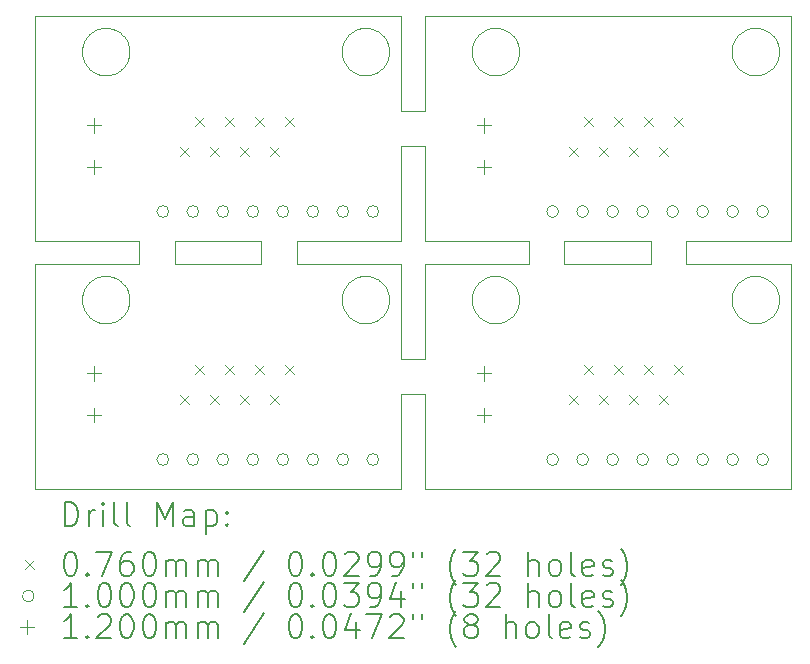
<source format=gbr>
%TF.GenerationSoftware,KiCad,Pcbnew,7.0.9*%
%TF.CreationDate,2024-06-08T21:54:23-04:00*%
%TF.ProjectId,8P breakout header,38502062-7265-4616-9b6f-757420686561,rev?*%
%TF.SameCoordinates,Original*%
%TF.FileFunction,Drillmap*%
%TF.FilePolarity,Positive*%
%FSLAX45Y45*%
G04 Gerber Fmt 4.5, Leading zero omitted, Abs format (unit mm)*
G04 Created by KiCad (PCBNEW 7.0.9) date 2024-06-08 21:54:23*
%MOMM*%
%LPD*%
G01*
G04 APERTURE LIST*
%ADD10C,0.100000*%
%ADD11C,0.200000*%
%ADD12C,0.120000*%
G04 APERTURE END LIST*
D10*
X17661279Y-4580142D02*
X17652479Y-4575534D01*
X14610685Y-2179572D02*
X14616444Y-2187666D01*
X15746885Y-2339479D02*
X15744692Y-2349168D01*
X17549748Y-4385112D02*
X17550729Y-4375227D01*
X12343149Y-2477892D02*
X12334238Y-2482281D01*
X15392343Y-4275634D02*
X15398686Y-4267990D01*
X15356584Y-2246032D02*
X15359489Y-2236532D01*
X15461279Y-4219858D02*
X15470296Y-4215691D01*
X12351833Y-2473068D02*
X12343149Y-2477892D01*
X14270969Y-2390942D02*
X14266691Y-2381977D01*
X17851833Y-4573068D02*
X17843149Y-4577892D01*
X15488893Y-2108719D02*
X15498428Y-2105931D01*
X12398002Y-2164288D02*
X12404532Y-2171773D01*
X12446885Y-4439479D02*
X12444692Y-4449168D01*
X12421795Y-2403966D02*
X12416444Y-2412334D01*
X14487041Y-4597359D02*
X14477236Y-4598949D01*
X12062861Y-2372811D02*
X12059489Y-2363468D01*
X14626727Y-2395342D02*
X14621795Y-2403966D01*
X14417851Y-2101786D02*
X14427693Y-2100438D01*
X17815819Y-2110289D02*
X17825120Y-2113776D01*
X15405400Y-2160668D02*
X15412467Y-2153688D01*
X14646885Y-4439479D02*
X14644692Y-4449168D01*
X17598686Y-2167990D02*
X17605400Y-2160668D01*
X17570969Y-4309058D02*
X17575686Y-4300316D01*
X15362861Y-2372811D02*
X15359489Y-2363468D01*
X14849900Y-2800000D02*
X14750000Y-2800000D01*
X15508088Y-4596382D02*
X15498428Y-4594069D01*
X14616444Y-4512334D02*
X14610685Y-4520428D01*
X15380829Y-4291817D02*
X15386386Y-4283583D01*
X15668431Y-2462162D02*
X15660267Y-2467820D01*
X14305400Y-4539332D02*
X14298686Y-4532010D01*
X17904532Y-2171773D02*
X17910685Y-2179572D01*
X17737590Y-2099579D02*
X17747516Y-2099211D01*
X14638883Y-2231840D02*
X14642022Y-2241264D01*
X14467364Y-2500052D02*
X14457449Y-2500666D01*
X15350729Y-4424773D02*
X15349748Y-4414888D01*
X17652479Y-2124466D02*
X17661279Y-2119858D01*
X15643149Y-2477892D02*
X15634238Y-2482281D01*
X14750000Y-6000000D02*
X14750000Y-5200000D01*
X17946885Y-2339479D02*
X17944692Y-2349168D01*
X15668431Y-4237838D02*
X15676306Y-4243893D01*
X12334238Y-4217719D02*
X12343149Y-4222108D01*
X12049257Y-4404967D02*
X12049257Y-4395033D01*
X15833333Y-3999950D02*
X15833333Y-4000150D01*
X15691109Y-4257134D02*
X15698002Y-4264288D01*
X12435281Y-2222582D02*
X12438883Y-2231840D01*
X12179509Y-2111975D02*
X12188893Y-2108719D01*
X14379509Y-2111975D02*
X14388893Y-2108719D01*
X12059489Y-2236532D02*
X12062861Y-2227189D01*
X15461279Y-2119858D02*
X15470296Y-2115691D01*
X12098686Y-4532010D02*
X12092343Y-4524366D01*
X14950000Y-2000000D02*
X14950000Y-2800000D01*
X14266691Y-2381977D02*
X14262861Y-2372811D01*
X15537590Y-4199579D02*
X15547516Y-4199211D01*
X17843149Y-2477892D02*
X17834238Y-2482281D01*
X17931225Y-2213514D02*
X17935281Y-2222582D01*
X17787041Y-2102641D02*
X17796756Y-2104715D01*
X17550729Y-2275227D02*
X17552198Y-2265402D01*
X15726727Y-4495342D02*
X15721795Y-4503966D01*
X14252198Y-4434598D02*
X14250729Y-4424773D01*
X14610685Y-2420428D02*
X14604532Y-2428227D01*
X14408088Y-4203618D02*
X14417851Y-4201786D01*
X15691109Y-2157134D02*
X15698002Y-2164288D01*
X14298686Y-2432010D02*
X14292343Y-2424366D01*
X15606356Y-2107266D02*
X15615819Y-2110289D01*
X12325120Y-4213776D02*
X12334238Y-4217719D01*
X16866667Y-4100000D02*
X16133333Y-4100000D01*
X17825120Y-2486224D02*
X17815819Y-2489711D01*
X18050000Y-3900000D02*
X18050000Y-2000000D01*
X17843149Y-4222108D02*
X17851833Y-4226932D01*
X15537590Y-4600421D02*
X15527693Y-4599562D01*
X15547516Y-2500789D02*
X15537590Y-2500421D01*
X14352479Y-4224466D02*
X14361279Y-4219858D01*
X14506356Y-2107266D02*
X14515819Y-2110289D01*
X15676306Y-2456107D02*
X15668431Y-2462162D01*
X15587041Y-2102641D02*
X15596756Y-2104715D01*
X12277236Y-4201051D02*
X12287041Y-4202641D01*
X17883872Y-2449669D02*
X17876306Y-2456107D01*
X15651833Y-2126932D02*
X15660267Y-2132180D01*
X14525120Y-2486224D02*
X14515819Y-2489711D01*
X17679509Y-4211975D02*
X17688894Y-4208719D01*
X12421795Y-4503966D02*
X12416444Y-4512334D01*
X11650000Y-6000000D02*
X14750000Y-6000000D01*
X15375686Y-4300316D02*
X15380829Y-4291817D01*
X15405400Y-4260668D02*
X15412467Y-4253688D01*
X15352198Y-2265402D02*
X15354151Y-2255663D01*
X14626727Y-4304658D02*
X14631225Y-4313514D01*
X14591109Y-2157134D02*
X14598002Y-2164288D01*
X12391109Y-4257134D02*
X12398002Y-4264288D01*
X15354151Y-2255663D02*
X15356584Y-2246032D01*
X12533333Y-3900000D02*
X12533333Y-3999950D01*
X15750805Y-4400000D02*
X15750559Y-4409931D01*
X12404532Y-2171773D02*
X12410685Y-2179572D01*
X14437590Y-4199579D02*
X14447516Y-4199211D01*
X14249257Y-4395033D02*
X14249748Y-4385112D01*
X14305400Y-4260668D02*
X14312467Y-4253688D01*
X14388893Y-2108719D02*
X14398428Y-2105931D01*
X15537590Y-2500421D02*
X15527693Y-2499562D01*
X14543149Y-2477892D02*
X14534238Y-2482281D01*
X12277236Y-4598949D02*
X12267364Y-4600052D01*
X17777236Y-4598949D02*
X17767364Y-4600052D01*
X12287041Y-4202641D02*
X12296756Y-4204715D01*
X14650559Y-4390069D02*
X14650805Y-4400000D01*
X17942022Y-2358736D02*
X17938883Y-2368160D01*
X12247516Y-4600789D02*
X12237590Y-4600421D01*
X12054151Y-4355663D02*
X12056584Y-4346032D01*
X14427693Y-2499562D02*
X14417851Y-2498214D01*
X17950559Y-2309931D02*
X17949822Y-2319837D01*
X14262861Y-2372811D02*
X14259489Y-2363468D01*
X17815819Y-4210289D02*
X17825120Y-4213776D01*
X12179509Y-2488025D02*
X12170296Y-2484309D01*
X12161279Y-2119858D02*
X12170296Y-2115691D01*
X14487041Y-4202641D02*
X14496756Y-4204715D01*
X15738883Y-4468160D02*
X15735281Y-4477418D01*
X17921795Y-4503966D02*
X17916444Y-4512334D01*
X13566667Y-4100000D02*
X12833333Y-4100000D01*
X14644692Y-4449168D02*
X14642022Y-4458736D01*
X12092343Y-4524366D02*
X12086386Y-4516417D01*
X17946885Y-4360521D02*
X17948597Y-4370306D01*
X14477236Y-2498949D02*
X14467364Y-2500052D01*
X17166667Y-3900000D02*
X18050000Y-3900000D01*
X17825120Y-4586224D02*
X17815819Y-4589711D01*
X14638883Y-4331840D02*
X14642022Y-4341264D01*
X17916444Y-4287666D02*
X17921795Y-4296034D01*
X17661279Y-4219858D02*
X17670296Y-4215691D01*
X12119871Y-2147065D02*
X12127594Y-2140817D01*
X14335616Y-2465042D02*
X14327594Y-2459183D01*
X17575686Y-2399684D02*
X17570969Y-2390942D01*
X14417851Y-2498214D02*
X14408088Y-2496382D01*
X17549748Y-2314888D02*
X17549257Y-2304967D01*
X12360267Y-2132180D02*
X12368431Y-2137838D01*
X14249748Y-2314888D02*
X14249257Y-2304967D01*
X17612467Y-4546312D02*
X17605400Y-4539332D01*
X17926727Y-4495342D02*
X17921795Y-4503966D01*
X15350729Y-2275227D02*
X15352198Y-2265402D01*
X11650000Y-4100000D02*
X11650000Y-6000000D01*
X17851833Y-2126932D02*
X17860267Y-2132180D01*
X15419871Y-4552935D02*
X15412467Y-4546312D01*
X15354151Y-2344337D02*
X15352198Y-2334598D01*
X15750559Y-4409931D02*
X15749822Y-4419837D01*
X14950000Y-3100000D02*
X14950000Y-3900000D01*
X15359489Y-2236532D02*
X15362861Y-2227189D01*
X17747516Y-2500789D02*
X17737590Y-2500421D01*
X12052198Y-4365402D02*
X12054151Y-4355663D01*
X14398428Y-2494069D02*
X14388893Y-2491281D01*
X12438883Y-4468160D02*
X12435281Y-4477418D01*
X12368431Y-4237838D02*
X12376306Y-4243893D01*
X17556584Y-2353968D02*
X17554151Y-2344337D01*
X17643918Y-4229504D02*
X17652479Y-4224466D01*
X17586386Y-2183583D02*
X17592343Y-2175634D01*
X12410685Y-4279572D02*
X12416444Y-4287666D01*
X17627594Y-2140817D02*
X17635616Y-2134958D01*
X14750000Y-5200000D02*
X14849900Y-5200000D01*
X14850100Y-2800000D02*
X14849900Y-2800000D01*
X17868431Y-4237838D02*
X17876306Y-4243893D01*
X15704532Y-4271773D02*
X15710685Y-4279572D01*
X15726727Y-2204658D02*
X15731225Y-2213514D01*
X15683871Y-4549669D02*
X15676306Y-4556107D01*
X17935281Y-4322582D02*
X17938883Y-4331840D01*
X14604532Y-4271773D02*
X14610685Y-4279572D01*
X15427594Y-4240817D02*
X15435616Y-4234958D01*
X17796756Y-4595285D02*
X17787041Y-4597359D01*
X14515819Y-4210289D02*
X14525120Y-4213776D01*
X15557449Y-4600666D02*
X15547516Y-4600789D01*
X15710685Y-4520428D02*
X15704532Y-4528227D01*
X17556584Y-2246032D02*
X17559489Y-2236532D01*
X14477236Y-4598949D02*
X14467364Y-4600052D01*
X14621795Y-2196034D02*
X14626727Y-2204658D01*
X17661279Y-2480142D02*
X17652479Y-2475534D01*
X15577236Y-2101051D02*
X15587041Y-2102641D01*
X17787041Y-4597359D02*
X17777236Y-4598949D01*
X12450559Y-2290069D02*
X12450805Y-2300000D01*
X17825120Y-4213776D02*
X17834238Y-4217719D01*
X17550729Y-4375227D02*
X17552198Y-4365402D01*
X17926727Y-2204658D02*
X17931225Y-2213514D01*
X17767364Y-4199948D02*
X17777236Y-4201051D01*
X15668431Y-2137838D02*
X15676306Y-2143893D01*
X12442022Y-4458736D02*
X12438883Y-4468160D01*
X15349257Y-2304967D02*
X15349257Y-2295033D01*
X17556584Y-4346032D02*
X17559489Y-4336532D01*
X14642022Y-4341264D02*
X14644692Y-4350832D01*
X17949822Y-2280163D02*
X17950559Y-2290069D01*
X12188893Y-2108719D02*
X12198428Y-2105931D01*
X14249257Y-2295033D02*
X14249748Y-2285112D01*
X12416444Y-4512334D02*
X12410685Y-4520428D01*
X17586386Y-2416417D02*
X17580829Y-2408183D01*
X15419871Y-4247065D02*
X15427594Y-4240817D01*
X17757449Y-4600666D02*
X17747516Y-4600789D01*
X15567364Y-2500052D02*
X15557449Y-2500666D01*
X12533333Y-4000150D02*
X12533333Y-4100000D01*
X15349257Y-4395033D02*
X15349748Y-4385112D01*
X14370296Y-2484309D02*
X14361279Y-2480142D01*
X17652479Y-4224466D02*
X17661279Y-4219858D01*
X15547516Y-2099211D02*
X15557449Y-2099334D01*
X12208088Y-2103618D02*
X12217851Y-2101786D01*
X17605400Y-4260668D02*
X17612467Y-4253688D01*
X15634238Y-2482281D02*
X15625120Y-2486224D01*
X12343149Y-4577892D02*
X12334238Y-4582281D01*
X17891109Y-4257134D02*
X17898002Y-4264288D01*
X17757449Y-2500666D02*
X17747516Y-2500789D01*
X12127594Y-2459183D02*
X12119871Y-2452935D01*
X17898002Y-4264288D02*
X17904532Y-4271773D01*
X14477236Y-2101051D02*
X14487041Y-2102641D01*
X14610685Y-4520428D02*
X14604532Y-4528227D01*
X17670296Y-4215691D02*
X17679509Y-4211975D01*
X17883872Y-4549669D02*
X17876306Y-4556107D01*
X12343149Y-4222108D02*
X12351833Y-4226932D01*
X14437590Y-2500421D02*
X14427693Y-2499562D01*
X17860267Y-4567820D02*
X17851833Y-4573068D01*
X12152479Y-2124466D02*
X12161279Y-2119858D01*
X13566667Y-4000150D02*
X13566667Y-4100000D01*
X14292343Y-2424366D02*
X14286386Y-2416417D01*
X14379509Y-4588025D02*
X14370296Y-4584309D01*
X17619871Y-2452935D02*
X17612467Y-2446312D01*
X12092343Y-2175634D02*
X12098686Y-2167990D01*
X14275686Y-2200316D02*
X14280829Y-2191817D01*
X15349748Y-2314888D02*
X15349257Y-2304967D01*
X12059489Y-4336532D02*
X12062861Y-4327189D01*
X17767364Y-4600052D02*
X17757449Y-4600666D01*
X14515819Y-4589711D02*
X14506356Y-4592734D01*
X15731225Y-2213514D02*
X15735281Y-2222582D01*
X12404532Y-4528227D02*
X12398002Y-4535712D01*
X14649822Y-2319837D02*
X14648597Y-2329694D01*
X17806357Y-4207266D02*
X17815819Y-4210289D01*
X15615819Y-4589711D02*
X15606356Y-4592734D01*
X14292343Y-4275634D02*
X14298686Y-4267990D01*
X17652479Y-4575534D02*
X17643918Y-4570496D01*
X12070969Y-2209058D02*
X12075686Y-2200316D01*
X12296756Y-4595285D02*
X12287041Y-4597359D01*
X12398002Y-4264288D02*
X12404532Y-4271773D01*
X12105400Y-2160668D02*
X12112467Y-2153688D01*
X17777236Y-2498949D02*
X17767364Y-2500052D01*
X14370296Y-2115691D02*
X14379509Y-2111975D01*
X15375686Y-4499684D02*
X15370969Y-4490942D01*
X12277236Y-2101051D02*
X12287041Y-2102641D01*
X15731225Y-4486486D02*
X15726727Y-4495342D01*
X17598686Y-4532010D02*
X17592343Y-4524366D01*
X14850100Y-3100000D02*
X14950000Y-3100000D01*
X17796756Y-2104715D02*
X17806357Y-2107266D01*
X12383871Y-4250331D02*
X12391109Y-4257134D01*
X13866667Y-3999950D02*
X13866667Y-3900000D01*
X14408088Y-4596382D02*
X14398428Y-4594069D01*
X17757449Y-2099334D02*
X17767364Y-2099948D01*
X17787041Y-2497359D02*
X17777236Y-2498949D01*
X14312467Y-4546312D02*
X14305400Y-4539332D01*
X15748597Y-2329694D02*
X15746885Y-2339479D01*
X14437590Y-2099579D02*
X14447516Y-2099211D01*
X17949822Y-4419837D02*
X17948597Y-4429694D01*
X14648597Y-2329694D02*
X14646885Y-2339479D01*
X14427693Y-2100438D02*
X14437590Y-2099579D01*
X12119871Y-4552935D02*
X12112467Y-4546312D01*
X14583871Y-4549669D02*
X14576306Y-4556107D01*
X14327594Y-4240817D02*
X14335616Y-4234958D01*
X14437590Y-4600421D02*
X14427693Y-4599562D01*
X14583871Y-4250331D02*
X14591109Y-4257134D01*
X15660267Y-2132180D02*
X15668431Y-2137838D01*
X17931225Y-2386486D02*
X17926727Y-2395342D01*
X15726727Y-2395342D02*
X15721795Y-2403966D01*
X14262861Y-2227189D02*
X14266691Y-2218023D01*
X15508088Y-2103618D02*
X15517851Y-2101786D01*
X15349748Y-4385112D02*
X15350729Y-4375227D01*
X14646885Y-2260521D02*
X14648597Y-2270306D01*
X14525120Y-2113776D02*
X14534238Y-2117719D01*
X15748597Y-4370306D02*
X15749822Y-4380163D01*
X15412467Y-2446312D02*
X15405400Y-2439332D01*
X17679509Y-2111975D02*
X17688894Y-2108719D01*
X17815819Y-4589711D02*
X17806357Y-4592734D01*
X14319871Y-4247065D02*
X14327594Y-4240817D01*
X12208088Y-2496382D02*
X12198428Y-2494069D01*
X15479509Y-2488025D02*
X15470296Y-2484309D01*
X15750559Y-2309931D02*
X15749822Y-2319837D01*
X12161279Y-4219858D02*
X12170296Y-4215691D01*
X17938883Y-2231840D02*
X17942022Y-2241264D01*
X12449822Y-4419837D02*
X12448597Y-4429694D01*
X14252198Y-2334598D02*
X14250729Y-2324773D01*
X14626727Y-2204658D02*
X14631225Y-2213514D01*
X12080829Y-2408183D02*
X12075686Y-2399684D01*
X12442022Y-2241264D02*
X12444692Y-2250832D01*
X12179509Y-4211975D02*
X12188893Y-4208719D01*
X12050729Y-2275227D02*
X12052198Y-2265402D01*
X14635281Y-2222582D02*
X14638883Y-2231840D01*
X12161279Y-4580142D02*
X12152479Y-4575534D01*
X14467364Y-2099948D02*
X14477236Y-2101051D01*
X12426727Y-4495342D02*
X12421795Y-4503966D01*
X14560267Y-2467820D02*
X14551833Y-2473068D01*
X17605400Y-2160668D02*
X17612467Y-2153688D01*
X14305400Y-2439332D02*
X14298686Y-2432010D01*
X14644692Y-2250832D02*
X14646885Y-2260521D01*
X17898002Y-2435712D02*
X17891109Y-2442866D01*
X11650000Y-3900000D02*
X12533333Y-3900000D01*
X15461279Y-2480142D02*
X15452479Y-2475534D01*
X17948597Y-2329694D02*
X17946885Y-2339479D01*
X12135616Y-2465042D02*
X12127594Y-2459183D01*
X17843149Y-4577892D02*
X17834238Y-4582281D01*
X17806357Y-4592734D02*
X17796756Y-4595285D01*
X12161279Y-2480142D02*
X12152479Y-2475534D01*
X12066691Y-2381977D02*
X12062861Y-2372811D01*
X17575686Y-4300316D02*
X17580829Y-4291817D01*
X15615819Y-4210289D02*
X15625120Y-4213776D01*
X14388893Y-2491281D02*
X14379509Y-2488025D01*
X15750805Y-2300000D02*
X15750559Y-2309931D01*
X17935281Y-4477418D02*
X17931225Y-4486486D01*
X12416444Y-4287666D02*
X12421795Y-4296034D01*
X17627594Y-4559183D02*
X17619871Y-4552935D01*
X14467364Y-4199948D02*
X14477236Y-4201051D01*
X15625120Y-4586224D02*
X15615819Y-4589711D01*
X14262861Y-4472811D02*
X14259489Y-4463468D01*
X14506356Y-4207266D02*
X14515819Y-4210289D01*
X15587041Y-2497359D02*
X15577236Y-2498949D01*
X14319871Y-2147065D02*
X14327594Y-2140817D01*
X15716444Y-4287666D02*
X15721795Y-4296034D01*
X12450559Y-2309931D02*
X12449822Y-2319837D01*
X17767364Y-2099948D02*
X17777236Y-2101051D01*
X14275686Y-2399684D02*
X14270969Y-2390942D01*
X14286386Y-4516417D02*
X14280829Y-4508183D01*
X17619871Y-4552935D02*
X17612467Y-4546312D01*
X14950000Y-2800000D02*
X14850100Y-2800000D01*
X12217851Y-2498214D02*
X12208088Y-2496382D01*
X12360267Y-4232180D02*
X12368431Y-4237838D01*
X14408088Y-2103618D02*
X14417851Y-2101786D01*
X17688894Y-2108719D02*
X17698428Y-2105931D01*
X12421795Y-4296034D02*
X12426727Y-4304658D01*
X12143918Y-4570496D02*
X12135616Y-4565042D01*
X17566691Y-4481977D02*
X17562861Y-4472811D01*
X14352479Y-2475534D02*
X14343918Y-2470496D01*
X12376306Y-4556107D02*
X12368431Y-4562162D01*
X14646885Y-4360521D02*
X14648597Y-4370306D01*
X14280829Y-4508183D02*
X14275686Y-4499684D01*
X15735281Y-2222582D02*
X15738883Y-2231840D01*
X12152479Y-4575534D02*
X12143918Y-4570496D01*
X12444692Y-2250832D02*
X12446885Y-2260521D01*
X12444692Y-4449168D02*
X12442022Y-4458736D01*
X16133333Y-3999950D02*
X16133333Y-3900000D01*
X12170296Y-2484309D02*
X12161279Y-2480142D01*
X15362861Y-4327189D02*
X15366691Y-4318023D01*
X12217851Y-4598214D02*
X12208088Y-4596382D01*
X15470296Y-2484309D02*
X15461279Y-2480142D01*
X15704532Y-4528227D02*
X15698002Y-4535712D01*
X14361279Y-2480142D02*
X14352479Y-2475534D01*
X12325120Y-2113776D02*
X12334238Y-2117719D01*
X14286386Y-2183583D02*
X14292343Y-2175634D01*
X15498428Y-2105931D02*
X15508088Y-2103618D01*
X15557449Y-2500666D02*
X15547516Y-2500789D01*
X12833333Y-3900000D02*
X13566667Y-3900000D01*
X12237590Y-2099579D02*
X12247516Y-2099211D01*
X15750559Y-4390069D02*
X15750805Y-4400000D01*
X15721795Y-2196034D02*
X15726727Y-2204658D01*
X17670296Y-2115691D02*
X17679509Y-2111975D01*
X12442022Y-4341264D02*
X12444692Y-4350832D01*
X16866667Y-3900000D02*
X16866667Y-3999950D01*
X17921795Y-2403966D02*
X17916444Y-2412334D01*
X17643918Y-4570496D02*
X17635616Y-4565042D01*
X15742022Y-4341264D02*
X15744692Y-4350832D01*
X12404532Y-4271773D02*
X12410685Y-4279572D01*
X12448597Y-4370306D02*
X12449822Y-4380163D01*
X15427594Y-2140817D02*
X15435616Y-2134958D01*
X17843149Y-2122108D02*
X17851833Y-2126932D01*
X15435616Y-2465042D02*
X15427594Y-2459183D01*
X12237590Y-2500421D02*
X12227693Y-2499562D01*
X17796756Y-4204715D02*
X17806357Y-4207266D01*
X12086386Y-2416417D02*
X12080829Y-2408183D01*
X14388893Y-4208719D02*
X14398428Y-4205931D01*
X14249257Y-2304967D02*
X14249257Y-2295033D01*
X12391109Y-2442866D02*
X12383871Y-2449669D01*
X12449822Y-2280163D02*
X12450559Y-2290069D01*
X17566691Y-4318023D02*
X17570969Y-4309058D01*
X15359489Y-4336532D02*
X15362861Y-4327189D01*
X17554151Y-2344337D02*
X17552198Y-2334598D01*
X15349748Y-2285112D02*
X15350729Y-2275227D01*
X15735281Y-2377418D02*
X15731225Y-2386486D01*
X15634238Y-4582281D02*
X15625120Y-4586224D01*
X12098686Y-4267990D02*
X12105400Y-4260668D01*
X14343918Y-4229504D02*
X14352479Y-4224466D01*
X17627594Y-2459183D02*
X17619871Y-2452935D01*
X17825120Y-2113776D02*
X17834238Y-2117719D01*
X12170296Y-4584309D02*
X12161279Y-4580142D01*
X17942022Y-4341264D02*
X17944692Y-4350832D01*
X14849900Y-5200000D02*
X14850100Y-5200000D01*
X15412467Y-2153688D02*
X15419871Y-2147065D01*
X12306356Y-4592734D02*
X12296756Y-4595285D01*
X14649822Y-2280163D02*
X14650559Y-2290069D01*
X17898002Y-2164288D02*
X17904532Y-2171773D01*
X14750000Y-4900000D02*
X14750000Y-4100000D01*
X12450559Y-4409931D02*
X12449822Y-4419837D01*
X14319871Y-2452935D02*
X14312467Y-2446312D01*
X12533333Y-3999950D02*
X12533333Y-4000150D01*
X12257449Y-2099334D02*
X12267364Y-2099948D01*
X15643149Y-4222108D02*
X15651833Y-4226932D01*
X14543149Y-4222108D02*
X14551833Y-4226932D01*
X15470296Y-4584309D02*
X15461279Y-4580142D01*
X17916444Y-2412334D02*
X17910685Y-2420428D01*
X15606356Y-4207266D02*
X15615819Y-4210289D01*
X17708088Y-4203618D02*
X17717852Y-4201786D01*
X12127594Y-4240817D02*
X12135616Y-4234958D01*
X15567364Y-4600052D02*
X15557449Y-4600666D01*
X15750559Y-2290069D02*
X15750805Y-2300000D01*
X17559489Y-4336532D02*
X17562861Y-4327189D01*
X12257449Y-4199334D02*
X12267364Y-4199948D01*
X12426727Y-2395342D02*
X12421795Y-2403966D01*
X15833333Y-3900000D02*
X15833333Y-3999950D01*
X13566667Y-3900000D02*
X13566667Y-3999950D01*
X17570969Y-2209058D02*
X17575686Y-2200316D01*
X12343149Y-2122108D02*
X12351833Y-2126932D01*
X15527693Y-2100438D02*
X15537590Y-2099579D01*
X17643918Y-2470496D02*
X17635616Y-2465042D01*
X12325120Y-2486224D02*
X12315819Y-2489711D01*
X12360267Y-4567820D02*
X12351833Y-4573068D01*
X14568431Y-2462162D02*
X14560267Y-2467820D01*
X15698002Y-2164288D02*
X15704532Y-2171773D01*
X12098686Y-2167990D02*
X12105400Y-2160668D01*
X12442022Y-2358736D02*
X12438883Y-2368160D01*
X17860267Y-2132180D02*
X17868431Y-2137838D01*
X12368431Y-4562162D02*
X12360267Y-4567820D01*
X14591109Y-2442866D02*
X14583871Y-2449669D01*
X17910685Y-2420428D02*
X17904532Y-2428227D01*
X15721795Y-2403966D02*
X15716444Y-2412334D01*
X17737590Y-4600421D02*
X17727693Y-4599562D01*
X12086386Y-4283583D02*
X12092343Y-4275634D01*
X17948597Y-4429694D02*
X17946885Y-4439479D01*
X14598002Y-4264288D02*
X14604532Y-4271773D01*
X15366691Y-2218023D02*
X15370969Y-2209058D01*
X15596756Y-2495285D02*
X15587041Y-2497359D01*
X14515819Y-2489711D02*
X14506356Y-2492734D01*
X17635616Y-2134958D02*
X17643918Y-2129504D01*
X12056584Y-4453968D02*
X12054151Y-4444337D01*
X12049748Y-4385112D02*
X12050729Y-4375227D01*
X14256584Y-4346032D02*
X14259489Y-4336532D01*
X14259489Y-4336532D02*
X14262861Y-4327189D01*
X12080829Y-2191817D02*
X12086386Y-2183583D01*
X14275686Y-4499684D02*
X14270969Y-4490942D01*
X17549257Y-4404967D02*
X17549257Y-4395033D01*
X15691109Y-2442866D02*
X15683871Y-2449669D01*
X14850100Y-4900000D02*
X14849900Y-4900000D01*
X15405400Y-4539332D02*
X15398686Y-4532010D01*
X14457449Y-2099334D02*
X14467364Y-2099948D01*
X15470296Y-4215691D02*
X15479509Y-4211975D01*
X17891109Y-2157134D02*
X17898002Y-2164288D01*
X12143918Y-4229504D02*
X12152479Y-4224466D01*
X12152479Y-4224466D02*
X12161279Y-4219858D01*
X12050729Y-4375227D02*
X12052198Y-4365402D01*
X14604532Y-2428227D02*
X14598002Y-2435712D01*
X14642022Y-2241264D02*
X14644692Y-2250832D01*
X14560267Y-4232180D02*
X14568431Y-4237838D01*
X13566667Y-3999950D02*
X13566667Y-4000150D01*
X17661279Y-2119858D02*
X17670296Y-2115691D01*
X14270969Y-4309058D02*
X14275686Y-4300316D01*
X15744692Y-4350832D02*
X15746885Y-4360521D01*
X12296756Y-4204715D02*
X12306356Y-4207266D01*
X15710685Y-4279572D02*
X15716444Y-4287666D01*
X12444692Y-2349168D02*
X12442022Y-2358736D01*
X15651833Y-4573068D02*
X15643149Y-4577892D01*
X15748597Y-4429694D02*
X15746885Y-4439479D01*
X12448597Y-2270306D02*
X12449822Y-2280163D01*
X12170296Y-4215691D02*
X12179509Y-4211975D01*
X15749822Y-4380163D02*
X15750559Y-4390069D01*
X15435616Y-4234958D02*
X15443918Y-4229504D01*
X15742022Y-4458736D02*
X15738883Y-4468160D01*
X17806357Y-2107266D02*
X17815819Y-2110289D01*
X17549748Y-4414888D02*
X17549257Y-4404967D01*
X15567364Y-2099948D02*
X15577236Y-2101051D01*
X12404532Y-2428227D02*
X12398002Y-2435712D01*
X12267364Y-4600052D02*
X12257449Y-4600666D01*
X17559489Y-2363468D02*
X17556584Y-2353968D01*
X15386386Y-2183583D02*
X15392343Y-2175634D01*
X14370296Y-4584309D02*
X14361279Y-4580142D01*
X14312467Y-4253688D02*
X14319871Y-4247065D01*
X14560267Y-4567820D02*
X14551833Y-4573068D01*
X14638883Y-2368160D02*
X14635281Y-2377418D01*
X12368431Y-2462162D02*
X12360267Y-2467820D01*
X12127594Y-2140817D02*
X12135616Y-2134958D01*
X14568431Y-4237838D02*
X14576306Y-4243893D01*
X14631225Y-2213514D02*
X14635281Y-2222582D01*
X17950559Y-4409931D02*
X17949822Y-4419837D01*
X14270969Y-2209058D02*
X14275686Y-2200316D01*
X14254151Y-4444337D02*
X14252198Y-4434598D01*
X14534238Y-4582281D02*
X14525120Y-4586224D01*
X12257449Y-2500666D02*
X12247516Y-2500789D01*
X12052198Y-2334598D02*
X12050729Y-2324773D01*
X12431225Y-2213514D02*
X12435281Y-2222582D01*
X12198428Y-2494069D02*
X12188893Y-2491281D01*
X12198428Y-4594069D02*
X12188893Y-4591281D01*
X16133333Y-4000150D02*
X16133333Y-3999950D01*
X12351833Y-2126932D02*
X12360267Y-2132180D01*
X15412467Y-4546312D02*
X15405400Y-4539332D01*
X12450805Y-2300000D02*
X12450559Y-2309931D01*
X14457449Y-2500666D02*
X14447516Y-2500789D01*
X15427594Y-2459183D02*
X15419871Y-2452935D01*
X14417851Y-4201786D02*
X14427693Y-4200438D01*
X12127594Y-4559183D02*
X12119871Y-4552935D01*
X15352198Y-4434598D02*
X15350729Y-4424773D01*
X12450559Y-4390069D02*
X12450805Y-4400000D01*
X14635281Y-4477418D02*
X14631225Y-4486486D01*
X17944692Y-4350832D02*
X17946885Y-4360521D01*
X12410685Y-2179572D02*
X12416444Y-2187666D01*
X14560267Y-2132180D02*
X14568431Y-2137838D01*
X14650559Y-2290069D02*
X14650805Y-2300000D01*
X12398002Y-2435712D02*
X12391109Y-2442866D01*
X14950000Y-5200000D02*
X14950000Y-6000000D01*
X15660267Y-4232180D02*
X15668431Y-4237838D01*
X15356584Y-4346032D02*
X15359489Y-4336532D01*
X12112467Y-2153688D02*
X12119871Y-2147065D01*
X14447516Y-4199211D02*
X14457449Y-4199334D01*
X14534238Y-2482281D02*
X14525120Y-2486224D01*
X12080829Y-4291817D02*
X12086386Y-4283583D01*
X15704532Y-2171773D02*
X15710685Y-2179572D01*
X15643149Y-4577892D02*
X15634238Y-4582281D01*
X12426727Y-4304658D02*
X12431225Y-4313514D01*
X15676306Y-4243893D02*
X15683871Y-4250331D01*
X17938883Y-4468160D02*
X17935281Y-4477418D01*
X17652479Y-2475534D02*
X17643918Y-2470496D01*
X15746885Y-2260521D02*
X15748597Y-2270306D01*
X14335616Y-4565042D02*
X14327594Y-4559183D01*
X15625120Y-2486224D02*
X15615819Y-2489711D01*
X18050000Y-4100000D02*
X17166667Y-4100000D01*
X14534238Y-4217719D02*
X14543149Y-4222108D01*
X12383871Y-2449669D02*
X12376306Y-2456107D01*
X15352198Y-4365402D02*
X15354151Y-4355663D01*
X12208088Y-4596382D02*
X12198428Y-4594069D01*
X14361279Y-4219858D02*
X14370296Y-4215691D01*
X12066691Y-4318023D02*
X12070969Y-4309058D01*
X14525120Y-4586224D02*
X14515819Y-4589711D01*
X14286386Y-4283583D02*
X14292343Y-4275634D01*
X17566691Y-2218023D02*
X17570969Y-2209058D01*
X14650805Y-4400000D02*
X14650559Y-4409931D01*
X12112467Y-4253688D02*
X12119871Y-4247065D01*
X17757449Y-4199334D02*
X17767364Y-4199948D01*
X15398686Y-2432010D02*
X15392343Y-2424366D01*
X15517851Y-2101786D02*
X15527693Y-2100438D01*
X12135616Y-2134958D02*
X12143918Y-2129504D01*
X12054151Y-2344337D02*
X12052198Y-2334598D01*
X14352479Y-4575534D02*
X14343918Y-4570496D01*
X14598002Y-2435712D02*
X14591109Y-2442866D01*
X14327594Y-2459183D02*
X14319871Y-2452935D01*
X14610685Y-4279572D02*
X14616444Y-4287666D01*
X17935281Y-2222582D02*
X17938883Y-2231840D01*
X15596756Y-4204715D02*
X15606356Y-4207266D01*
X12105400Y-2439332D02*
X12098686Y-2432010D01*
X15356584Y-4453968D02*
X15354151Y-4444337D01*
X12152479Y-2475534D02*
X12143918Y-2470496D01*
X17921795Y-4296034D02*
X17926727Y-4304658D01*
X14496756Y-4595285D02*
X14487041Y-4597359D01*
X17619871Y-4247065D02*
X17627594Y-4240817D01*
X17570969Y-4490942D02*
X17566691Y-4481977D01*
X17549257Y-2295033D02*
X17549748Y-2285112D01*
X17166667Y-4000150D02*
X17166667Y-3999950D01*
X12086386Y-2183583D02*
X12092343Y-2175634D01*
X15615819Y-2110289D02*
X15625120Y-2113776D01*
X14950000Y-3900000D02*
X15833333Y-3900000D01*
X14849900Y-3100000D02*
X14850100Y-3100000D01*
X17904532Y-2428227D02*
X17898002Y-2435712D01*
X17777236Y-4201051D02*
X17787041Y-4202641D01*
X14551833Y-2126932D02*
X14560267Y-2132180D01*
X17554151Y-2255663D02*
X17556584Y-2246032D01*
X14621795Y-2403966D02*
X14616444Y-2412334D01*
X17777236Y-2101051D02*
X17787041Y-2102641D01*
X14576306Y-4243893D02*
X14583871Y-4250331D01*
X14642022Y-4458736D02*
X14638883Y-4468160D01*
X15470296Y-2115691D02*
X15479509Y-2111975D01*
X17868431Y-4562162D02*
X17860267Y-4567820D01*
X12431225Y-2386486D02*
X12426727Y-2395342D01*
X15366691Y-4481977D02*
X15362861Y-4472811D01*
X12070969Y-2390942D02*
X12066691Y-2381977D01*
X17876306Y-4556107D02*
X17868431Y-4562162D01*
X14275686Y-4300316D02*
X14280829Y-4291817D01*
X17942022Y-4458736D02*
X17938883Y-4468160D01*
X17552198Y-2265402D02*
X17554151Y-2255663D01*
X15731225Y-2386486D02*
X15726727Y-2395342D01*
X14649822Y-4419837D02*
X14648597Y-4429694D01*
X15452479Y-2475534D02*
X15443918Y-2470496D01*
X17916444Y-4512334D02*
X17910685Y-4520428D01*
X12446885Y-4360521D02*
X12448597Y-4370306D01*
X14551833Y-4573068D02*
X14543149Y-4577892D01*
X17635616Y-4565042D02*
X17627594Y-4559183D01*
X14650805Y-2300000D02*
X14650559Y-2309931D01*
X12368431Y-2137838D02*
X12376306Y-2143893D01*
X14638883Y-4468160D02*
X14635281Y-4477418D01*
X14327594Y-4559183D02*
X14319871Y-4552935D01*
X12351833Y-4226932D02*
X12360267Y-4232180D01*
X15498428Y-4594069D02*
X15488893Y-4591281D01*
X14343918Y-2470496D02*
X14335616Y-2465042D01*
X13866667Y-4000150D02*
X13866667Y-3999950D01*
X14487041Y-2102641D02*
X14496756Y-2104715D01*
X17904532Y-4528227D02*
X17898002Y-4535712D01*
X15660267Y-4567820D02*
X15651833Y-4573068D01*
X15744692Y-4449168D02*
X15742022Y-4458736D01*
X12287041Y-2497359D02*
X12277236Y-2498949D01*
X15537590Y-2099579D02*
X15547516Y-2099211D01*
X17612467Y-4253688D02*
X17619871Y-4247065D01*
X15350729Y-4375227D02*
X15352198Y-4365402D01*
X12208088Y-4203618D02*
X12217851Y-4201786D01*
X13866667Y-3900000D02*
X14750000Y-3900000D01*
X14427693Y-4200438D02*
X14437590Y-4199579D01*
X12438883Y-4331840D02*
X12442022Y-4341264D01*
X17627594Y-4240817D02*
X17635616Y-4234958D01*
X12376306Y-2456107D02*
X12368431Y-2462162D01*
X15625120Y-4213776D02*
X15634238Y-4217719D01*
X12075686Y-4499684D02*
X12070969Y-4490942D01*
X12426727Y-2204658D02*
X12431225Y-2213514D01*
X15742022Y-2358736D02*
X15738883Y-2368160D01*
X17942022Y-2241264D02*
X17944692Y-2250832D01*
X14576306Y-2143893D02*
X14583871Y-2150331D01*
X15749822Y-2280163D02*
X15750559Y-2290069D01*
X17635616Y-4234958D02*
X17643918Y-4229504D01*
X15461279Y-4580142D02*
X15452479Y-4575534D01*
X18050000Y-6000000D02*
X18050000Y-4100000D01*
X17891109Y-4542866D02*
X17883872Y-4549669D01*
X15710685Y-2420428D02*
X15704532Y-2428227D01*
X14319871Y-4552935D02*
X14312467Y-4546312D01*
X17868431Y-2137838D02*
X17876306Y-2143893D01*
X15479509Y-2111975D02*
X15488893Y-2108719D01*
X17916444Y-2187666D02*
X17921795Y-2196034D01*
X15527693Y-2499562D02*
X15517851Y-2498214D01*
X17708088Y-2496382D02*
X17698428Y-2494069D01*
X14254151Y-2255663D02*
X14256584Y-2246032D01*
X12296756Y-2104715D02*
X12306356Y-2107266D01*
X17876306Y-2456107D02*
X17868431Y-2462162D01*
X17554151Y-4355663D02*
X17556584Y-4346032D01*
X15435616Y-4565042D02*
X15427594Y-4559183D01*
X12416444Y-2412334D02*
X12410685Y-2420428D01*
X17559489Y-4463468D02*
X17556584Y-4453968D01*
X17549748Y-2285112D02*
X17550729Y-2275227D01*
X12050729Y-4424773D02*
X12049748Y-4414888D01*
X17898002Y-4535712D02*
X17891109Y-4542866D01*
X14292343Y-4524366D02*
X14286386Y-4516417D01*
X15452479Y-4224466D02*
X15461279Y-4219858D01*
X15452479Y-2124466D02*
X15461279Y-2119858D01*
X17717852Y-4201786D02*
X17727693Y-4200438D01*
X12247516Y-2500789D02*
X12237590Y-2500421D01*
X17566691Y-2381977D02*
X17562861Y-2372811D01*
X14343918Y-4570496D02*
X14335616Y-4565042D01*
X17834238Y-2117719D02*
X17843149Y-2122108D01*
X15349257Y-4404967D02*
X15349257Y-4395033D01*
X15362861Y-2227189D02*
X15366691Y-2218023D01*
X15634238Y-2117719D02*
X15643149Y-2122108D01*
X12410685Y-2420428D02*
X12404532Y-2428227D01*
X15359489Y-2363468D02*
X15356584Y-2353968D01*
X14631225Y-4486486D02*
X14626727Y-4495342D01*
X12080829Y-4508183D02*
X12075686Y-4499684D01*
X17950559Y-4390069D02*
X17950805Y-4400000D01*
X17883872Y-4250331D02*
X17891109Y-4257134D01*
X14379509Y-2488025D02*
X14370296Y-2484309D01*
X15527693Y-4599562D02*
X15517851Y-4598214D01*
X14262861Y-4327189D02*
X14266691Y-4318023D01*
X12833333Y-3999950D02*
X12833333Y-3900000D01*
X14259489Y-2236532D02*
X14262861Y-2227189D01*
X17944692Y-2250832D02*
X17946885Y-2260521D01*
X17580829Y-4508183D02*
X17575686Y-4499684D01*
X14534238Y-2117719D02*
X14543149Y-2122108D01*
X14327594Y-2140817D02*
X14335616Y-2134958D01*
X15577236Y-2498949D02*
X15567364Y-2500052D01*
X15557449Y-2099334D02*
X15567364Y-2099948D01*
X15366691Y-4318023D02*
X15370969Y-4309058D01*
X17747516Y-2099211D02*
X17757449Y-2099334D01*
X15742022Y-2241264D02*
X15744692Y-2250832D01*
X14750000Y-4100000D02*
X13866667Y-4100000D01*
X14447516Y-4600789D02*
X14437590Y-4600421D01*
X17938883Y-4331840D02*
X17942022Y-4341264D01*
X15547516Y-4199211D02*
X15557449Y-4199334D01*
X15435616Y-2134958D02*
X15443918Y-2129504D01*
X14506356Y-4592734D02*
X14496756Y-4595285D01*
X15746885Y-4360521D02*
X15748597Y-4370306D01*
X12049257Y-2304967D02*
X12049257Y-2295033D01*
X15698002Y-2435712D02*
X15691109Y-2442866D01*
X17580829Y-4291817D02*
X17586386Y-4283583D01*
X17570969Y-2390942D02*
X17566691Y-2381977D01*
X17910685Y-4520428D02*
X17904532Y-4528227D01*
X17851833Y-4226932D02*
X17860267Y-4232180D01*
X12267364Y-2099948D02*
X12277236Y-2101051D01*
X14616444Y-4287666D02*
X14621795Y-4296034D01*
X15726727Y-4304658D02*
X15731225Y-4313514D01*
X12056584Y-2353968D02*
X12054151Y-2344337D01*
X14417851Y-4598214D02*
X14408088Y-4596382D01*
X12112467Y-4546312D02*
X12105400Y-4539332D01*
X15443918Y-4570496D02*
X15435616Y-4565042D01*
X17549257Y-4395033D02*
X17549748Y-4385112D01*
X12049748Y-4414888D02*
X12049257Y-4404967D01*
X12334238Y-4582281D02*
X12325120Y-4586224D01*
X16866667Y-4000150D02*
X16866667Y-4100000D01*
X12833333Y-4000150D02*
X12833333Y-3999950D01*
X14447516Y-2099211D02*
X14457449Y-2099334D01*
X12052198Y-4434598D02*
X12050729Y-4424773D01*
X12056584Y-2246032D02*
X12059489Y-2236532D01*
X12448597Y-4429694D02*
X12446885Y-4439479D01*
X17860267Y-4232180D02*
X17868431Y-4237838D01*
X12360267Y-2467820D02*
X12351833Y-2473068D01*
X14408088Y-2496382D02*
X14398428Y-2494069D01*
X12315819Y-2110289D02*
X12325120Y-2113776D01*
X17935281Y-2377418D02*
X17931225Y-2386486D01*
X15547516Y-4600789D02*
X15537590Y-4600421D01*
X12062861Y-2227189D02*
X12066691Y-2218023D01*
X12431225Y-4313514D02*
X12435281Y-4322582D01*
X17860267Y-2467820D02*
X17851833Y-2473068D01*
X12098686Y-2432010D02*
X12092343Y-2424366D01*
X17727693Y-4200438D02*
X17737590Y-4199579D01*
X15577236Y-4598949D02*
X15567364Y-4600052D01*
X15370969Y-2209058D02*
X15375686Y-2200316D01*
X15498428Y-4205931D02*
X15508088Y-4203618D01*
X17586386Y-4516417D02*
X17580829Y-4508183D01*
X14598002Y-2164288D02*
X14604532Y-2171773D01*
X16866667Y-3999950D02*
X16866667Y-4000150D01*
X14604532Y-2171773D02*
X14610685Y-2179572D01*
X15352198Y-2334598D02*
X15350729Y-2324773D01*
X17708088Y-4596382D02*
X17698428Y-4594069D01*
X17580829Y-2191817D02*
X17586386Y-2183583D01*
X14591109Y-4257134D02*
X14598002Y-4264288D01*
X12066691Y-4481977D02*
X12062861Y-4472811D01*
X12533333Y-4100000D02*
X11650000Y-4100000D01*
X12383871Y-4549669D02*
X12376306Y-4556107D01*
X14616444Y-2187666D02*
X14621795Y-2196034D01*
X12431225Y-4486486D02*
X12426727Y-4495342D01*
X15356584Y-2353968D02*
X15354151Y-2344337D01*
X17921795Y-2196034D02*
X17926727Y-2204658D01*
X14604532Y-4528227D02*
X14598002Y-4535712D01*
X17562861Y-4472811D02*
X17559489Y-4463468D01*
X15606356Y-2492734D02*
X15596756Y-2495285D01*
X12070969Y-4309058D02*
X12075686Y-4300316D01*
X15354151Y-4444337D02*
X15352198Y-4434598D01*
X12135616Y-4234958D02*
X12143918Y-4229504D01*
X14254151Y-2344337D02*
X14252198Y-2334598D01*
X17552198Y-2334598D02*
X17550729Y-2324773D01*
X14525120Y-4213776D02*
X14534238Y-4217719D01*
X17575686Y-2200316D02*
X17580829Y-2191817D01*
X17549257Y-2304967D02*
X17549257Y-2295033D01*
X14648597Y-2270306D02*
X14649822Y-2280163D01*
X15749822Y-4419837D02*
X15748597Y-4429694D01*
X15427594Y-4559183D02*
X15419871Y-4552935D01*
X12306356Y-2492734D02*
X12296756Y-2495285D01*
X17552198Y-4365402D02*
X17554151Y-4355663D01*
X12416444Y-2187666D02*
X12421795Y-2196034D01*
X12059489Y-2363468D02*
X12056584Y-2353968D01*
X14642022Y-2358736D02*
X14638883Y-2368160D01*
X12435281Y-4322582D02*
X12438883Y-4331840D01*
X14515819Y-2110289D02*
X14525120Y-2113776D01*
X14335616Y-4234958D02*
X14343918Y-4229504D01*
X12092343Y-4275634D02*
X12098686Y-4267990D01*
X15392343Y-4524366D02*
X15386386Y-4516417D01*
X12306356Y-2107266D02*
X12315819Y-2110289D01*
X15392343Y-2175634D02*
X15398686Y-2167990D01*
X15749822Y-2319837D02*
X15748597Y-2329694D01*
X12056584Y-4346032D02*
X12059489Y-4336532D01*
X15668431Y-4562162D02*
X15660267Y-4567820D01*
X14644692Y-2349168D02*
X14642022Y-2358736D01*
X12435281Y-2377418D02*
X12431225Y-2386486D01*
X17550729Y-2324773D02*
X17549748Y-2314888D01*
X15735281Y-4322582D02*
X15738883Y-4331840D01*
X14252198Y-2265402D02*
X14254151Y-2255663D01*
X15419871Y-2452935D02*
X15412467Y-2446312D01*
X15746885Y-4439479D02*
X15744692Y-4449168D01*
X14266691Y-2218023D02*
X14270969Y-2209058D01*
X17612467Y-2446312D02*
X17605400Y-2439332D01*
X12277236Y-2498949D02*
X12267364Y-2500052D01*
X15634238Y-4217719D02*
X15643149Y-4222108D01*
X17619871Y-2147065D02*
X17627594Y-2140817D01*
X14298686Y-2167990D02*
X14305400Y-2160668D01*
X12376306Y-4243893D02*
X12383871Y-4250331D01*
X17727693Y-4599562D02*
X17717852Y-4598214D01*
X15370969Y-2390942D02*
X15366691Y-2381977D01*
X14635281Y-4322582D02*
X14638883Y-4331840D01*
X17612467Y-2153688D02*
X17619871Y-2147065D01*
X17562861Y-2372811D02*
X17559489Y-2363468D01*
X12247516Y-4199211D02*
X12257449Y-4199334D01*
X12112467Y-2446312D02*
X12105400Y-2439332D01*
X15443918Y-4229504D02*
X15452479Y-4224466D01*
X15704532Y-2428227D02*
X15698002Y-2435712D01*
X17552198Y-4434598D02*
X17550729Y-4424773D01*
X16133333Y-3900000D02*
X16866667Y-3900000D01*
X14250729Y-4424773D02*
X14249748Y-4414888D01*
X12092343Y-2424366D02*
X12086386Y-2416417D01*
X14621795Y-4503966D02*
X14616444Y-4512334D01*
X17605400Y-4539332D02*
X17598686Y-4532010D01*
X15615819Y-2489711D02*
X15606356Y-2492734D01*
X14487041Y-2497359D02*
X14477236Y-2498949D01*
X15405400Y-2439332D02*
X15398686Y-2432010D01*
X17562861Y-4327189D02*
X17566691Y-4318023D01*
X15721795Y-4296034D02*
X15726727Y-4304658D01*
X15375686Y-2200316D02*
X15380829Y-2191817D01*
X17747516Y-4600789D02*
X17737590Y-4600421D01*
X12435281Y-4477418D02*
X12431225Y-4486486D01*
X15386386Y-4516417D02*
X15380829Y-4508183D01*
X15651833Y-2473068D02*
X15643149Y-2477892D01*
X12054151Y-2255663D02*
X12056584Y-2246032D01*
X12227693Y-4599562D02*
X12217851Y-4598214D01*
X17562861Y-2227189D02*
X17566691Y-2218023D01*
X12049748Y-2314888D02*
X12049257Y-2304967D01*
X15354151Y-4355663D02*
X15356584Y-4346032D01*
X15833333Y-4000150D02*
X15833333Y-4100000D01*
X12143918Y-2470496D02*
X12135616Y-2465042D01*
X15625120Y-2113776D02*
X15634238Y-2117719D01*
X14398428Y-2105931D02*
X14408088Y-2103618D01*
X12050729Y-2324773D02*
X12049748Y-2314888D01*
X12062861Y-4327189D02*
X12066691Y-4318023D01*
X12105400Y-4539332D02*
X12098686Y-4532010D01*
X17950805Y-4400000D02*
X17950559Y-4409931D01*
X15398686Y-2167990D02*
X15405400Y-2160668D01*
X17727693Y-2499562D02*
X17717852Y-2498214D01*
X12391109Y-4542866D02*
X12383871Y-4549669D01*
X15479509Y-4211975D02*
X15488893Y-4208719D01*
X17747516Y-4199211D02*
X17757449Y-4199334D01*
X14249257Y-4404967D02*
X14249257Y-4395033D01*
X17592343Y-4524366D02*
X17586386Y-4516417D01*
X15738883Y-2231840D02*
X15742022Y-2241264D01*
X12446885Y-2260521D02*
X12448597Y-2270306D01*
X12833333Y-4100000D02*
X12833333Y-4000150D01*
X15375686Y-2399684D02*
X15370969Y-2390942D01*
X17883872Y-2150331D02*
X17891109Y-2157134D01*
X14250729Y-4375227D02*
X14252198Y-4365402D01*
X14280829Y-2408183D02*
X14275686Y-2399684D01*
X15596756Y-2104715D02*
X15606356Y-2107266D01*
X12237590Y-4600421D02*
X12227693Y-4599562D01*
X14457449Y-4600666D02*
X14447516Y-4600789D01*
X12119871Y-2452935D02*
X12112467Y-2446312D01*
X12383871Y-2150331D02*
X12391109Y-2157134D01*
X15691109Y-4542866D02*
X15683871Y-4549669D01*
X14616444Y-2412334D02*
X14610685Y-2420428D01*
X14266691Y-4318023D02*
X14270969Y-4309058D01*
X14259489Y-4463468D02*
X14256584Y-4453968D01*
X14427693Y-4599562D02*
X14417851Y-4598214D01*
X12287041Y-2102641D02*
X12296756Y-2104715D01*
X15744692Y-2349168D02*
X15742022Y-2358736D01*
X17767364Y-2500052D02*
X17757449Y-2500666D01*
X12296756Y-2495285D02*
X12287041Y-2497359D01*
X14254151Y-4355663D02*
X14256584Y-4346032D01*
X12448597Y-2329694D02*
X12446885Y-2339479D01*
X17787041Y-4202641D02*
X17796756Y-4204715D01*
X17559489Y-2236532D02*
X17562861Y-2227189D01*
X15366691Y-2381977D02*
X15362861Y-2372811D01*
X12446885Y-2339479D02*
X12444692Y-2349168D01*
X15587041Y-4202641D02*
X15596756Y-4204715D01*
X14598002Y-4535712D02*
X14591109Y-4542866D01*
X14259489Y-2363468D02*
X14256584Y-2353968D01*
X17737590Y-2500421D02*
X17727693Y-2499562D01*
X14850100Y-5200000D02*
X14950000Y-5200000D01*
X14457449Y-4199334D02*
X14467364Y-4199948D01*
X12257449Y-4600666D02*
X12247516Y-4600789D01*
X15349748Y-4414888D02*
X15349257Y-4404967D01*
X17688894Y-4591281D02*
X17679509Y-4588025D01*
X17698428Y-2494069D02*
X17688894Y-2491281D01*
X17910685Y-2179572D02*
X17916444Y-2187666D01*
X14576306Y-4556107D02*
X14568431Y-4562162D01*
X15738883Y-2368160D02*
X15735281Y-2377418D01*
X17717852Y-4598214D02*
X17708088Y-4596382D01*
X14568431Y-2137838D02*
X14576306Y-2143893D01*
X14551833Y-2473068D02*
X14543149Y-2477892D01*
X15643149Y-2122108D02*
X15651833Y-2126932D01*
X17688894Y-4208719D02*
X17698428Y-4205931D01*
X17737590Y-4199579D02*
X17747516Y-4199211D01*
X17950559Y-2290069D02*
X17950805Y-2300000D01*
X12086386Y-4516417D02*
X12080829Y-4508183D01*
X14646885Y-2339479D02*
X14644692Y-2349168D01*
X17944692Y-4449168D02*
X17942022Y-4458736D01*
X14750000Y-2000000D02*
X11650000Y-2000000D01*
X12052198Y-2265402D02*
X12054151Y-2255663D01*
X15735281Y-4477418D02*
X15731225Y-4486486D01*
X12449822Y-4380163D02*
X12450559Y-4390069D01*
X14631225Y-2386486D02*
X14626727Y-2395342D01*
X17679509Y-4588025D02*
X17670296Y-4584309D01*
X17931225Y-4313514D02*
X17935281Y-4322582D01*
X15508088Y-2496382D02*
X15498428Y-2494069D01*
X17834238Y-4582281D02*
X17825120Y-4586224D01*
X12062861Y-4472811D02*
X12059489Y-4463468D01*
X12198428Y-2105931D02*
X12208088Y-2103618D01*
X14477236Y-4201051D02*
X14487041Y-4202641D01*
X12170296Y-2115691D02*
X12179509Y-2111975D01*
X14583871Y-2150331D02*
X14591109Y-2157134D01*
X14650559Y-4409931D02*
X14649822Y-4419837D01*
X15488893Y-4591281D02*
X15479509Y-4588025D01*
X17670296Y-4584309D02*
X17661279Y-4580142D01*
X14312467Y-2446312D02*
X14305400Y-2439332D01*
X14298686Y-4267990D02*
X14305400Y-4260668D01*
X15380829Y-4508183D02*
X15375686Y-4499684D01*
X17834238Y-2482281D02*
X17825120Y-2486224D01*
X12398002Y-4535712D02*
X12391109Y-4542866D01*
X17698428Y-2105931D02*
X17708088Y-2103618D01*
X17635616Y-2465042D02*
X17627594Y-2459183D01*
X17670296Y-2484309D02*
X17661279Y-2480142D01*
X17605400Y-2439332D02*
X17598686Y-2432010D01*
X14648597Y-4370306D02*
X14649822Y-4380163D01*
X12066691Y-2218023D02*
X12070969Y-2209058D01*
X15488893Y-2491281D02*
X15479509Y-2488025D01*
X18050000Y-2000000D02*
X14950000Y-2000000D01*
X17717852Y-2498214D02*
X17708088Y-2496382D01*
X14249748Y-4414888D02*
X14249257Y-4404967D01*
X12227693Y-2499562D02*
X12217851Y-2498214D01*
X13866667Y-4100000D02*
X13866667Y-4000150D01*
X11650000Y-2000000D02*
X11650000Y-3900000D01*
X12247516Y-2099211D02*
X12257449Y-2099334D01*
X15419871Y-2147065D02*
X15427594Y-2140817D01*
X17910685Y-4279572D02*
X17916444Y-4287666D01*
X14496756Y-4204715D02*
X14506356Y-4207266D01*
X17946885Y-4439479D02*
X17944692Y-4449168D01*
X12267364Y-4199948D02*
X12277236Y-4201051D01*
X15517851Y-2498214D02*
X15508088Y-2496382D01*
X12049257Y-2295033D02*
X12049748Y-2285112D01*
X15370969Y-4490942D02*
X15366691Y-4481977D01*
X17834238Y-4217719D02*
X17843149Y-4222108D01*
X12438883Y-2368160D02*
X12435281Y-2377418D01*
X17727693Y-2100438D02*
X17737590Y-2099579D01*
X12119871Y-4247065D02*
X12127594Y-4240817D01*
X14388893Y-4591281D02*
X14379509Y-4588025D01*
X12075686Y-4300316D02*
X12080829Y-4291817D01*
X17580829Y-2408183D02*
X17575686Y-2399684D01*
X14447516Y-2500789D02*
X14437590Y-2500421D01*
X17796756Y-2495285D02*
X17787041Y-2497359D01*
X15738883Y-4331840D02*
X15742022Y-4341264D01*
X14361279Y-2119858D02*
X14370296Y-2115691D01*
X15683871Y-4250331D02*
X15691109Y-4257134D01*
X14280829Y-4291817D02*
X14286386Y-4283583D01*
X17938883Y-2368160D02*
X17935281Y-2377418D01*
X12049257Y-4395033D02*
X12049748Y-4385112D01*
X15412467Y-4253688D02*
X15419871Y-4247065D01*
X17679509Y-2488025D02*
X17670296Y-2484309D01*
X15370969Y-4309058D02*
X15375686Y-4300316D01*
X12325120Y-4586224D02*
X12315819Y-4589711D01*
X15508088Y-4203618D02*
X15517851Y-4201786D01*
X12217851Y-4201786D02*
X12227693Y-4200438D01*
X14750000Y-3100000D02*
X14849900Y-3100000D01*
X17876306Y-4243893D02*
X17883872Y-4250331D01*
X15748597Y-2270306D02*
X15749822Y-2280163D01*
X15479509Y-4588025D02*
X15470296Y-4584309D01*
X15744692Y-2250832D02*
X15746885Y-2260521D01*
X17698428Y-4205931D02*
X17708088Y-4203618D01*
X14750000Y-3900000D02*
X14750000Y-3100000D01*
X14249748Y-4385112D02*
X14250729Y-4375227D01*
X17688894Y-2491281D02*
X17679509Y-2488025D01*
X15386386Y-4283583D02*
X15392343Y-4275634D01*
X12315819Y-4210289D02*
X12325120Y-4213776D01*
X17698428Y-4594069D02*
X17688894Y-4591281D01*
X15698002Y-4535712D02*
X15691109Y-4542866D01*
X14305400Y-2160668D02*
X14312467Y-2153688D01*
X17931225Y-4486486D02*
X17926727Y-4495342D01*
X17592343Y-4275634D02*
X17598686Y-4267990D01*
X14266691Y-4481977D02*
X14262861Y-4472811D01*
X15698002Y-4264288D02*
X15704532Y-4271773D01*
X17592343Y-2175634D02*
X17598686Y-2167990D01*
X17550729Y-4424773D02*
X17549748Y-4414888D01*
X14950000Y-4100000D02*
X14950000Y-4900000D01*
X12351833Y-4573068D02*
X12343149Y-4577892D01*
X15398686Y-4267990D02*
X15405400Y-4260668D01*
X15710685Y-2179572D02*
X15716444Y-2187666D01*
X12315819Y-4589711D02*
X12306356Y-4592734D01*
X15498428Y-2494069D02*
X15488893Y-2491281D01*
X17851833Y-2473068D02*
X17843149Y-2477892D01*
X17815819Y-2489711D02*
X17806357Y-2492734D01*
X15362861Y-4472811D02*
X15359489Y-4463468D01*
X14250729Y-2275227D02*
X14252198Y-2265402D01*
X12188893Y-4208719D02*
X12198428Y-4205931D01*
X14335616Y-2134958D02*
X14343918Y-2129504D01*
X12421795Y-2196034D02*
X12426727Y-2204658D01*
X14398428Y-4594069D02*
X14388893Y-4591281D01*
X14635281Y-2377418D02*
X14631225Y-2386486D01*
X15392343Y-2424366D02*
X15386386Y-2416417D01*
X15716444Y-2187666D02*
X15721795Y-2196034D01*
X17949822Y-2319837D02*
X17948597Y-2329694D01*
X15557449Y-4199334D02*
X15567364Y-4199948D01*
X14496756Y-2104715D02*
X14506356Y-2107266D01*
X14292343Y-2175634D02*
X14298686Y-2167990D01*
X15517851Y-4201786D02*
X15527693Y-4200438D01*
X14626727Y-4495342D02*
X14621795Y-4503966D01*
X15527693Y-4200438D02*
X15537590Y-4199579D01*
X14379509Y-4211975D02*
X14388893Y-4208719D01*
X12059489Y-4463468D02*
X12056584Y-4453968D01*
X17592343Y-2424366D02*
X17586386Y-2416417D01*
X14398428Y-4205931D02*
X14408088Y-4203618D01*
X17708088Y-2103618D02*
X17717852Y-2101786D01*
X17554151Y-4444337D02*
X17552198Y-4434598D01*
X14249748Y-2285112D02*
X14250729Y-2275227D01*
X15683871Y-2150331D02*
X15691109Y-2157134D01*
X14280829Y-2191817D02*
X14286386Y-2183583D01*
X12049748Y-2285112D02*
X12050729Y-2275227D01*
X12179509Y-4588025D02*
X12170296Y-4584309D01*
X12054151Y-4444337D02*
X12052198Y-4434598D01*
X15380829Y-2191817D02*
X15386386Y-2183583D01*
X15833333Y-4100000D02*
X14950000Y-4100000D01*
X15567364Y-4199948D02*
X15577236Y-4201051D01*
X14631225Y-4313514D02*
X14635281Y-4322582D01*
X17876306Y-2143893D02*
X17883872Y-2150331D01*
X14467364Y-4600052D02*
X14457449Y-4600666D01*
X17904532Y-4271773D02*
X17910685Y-4279572D01*
X14644692Y-4350832D02*
X14646885Y-4360521D01*
X12227693Y-2100438D02*
X12237590Y-2099579D01*
X14370296Y-4215691D02*
X14379509Y-4211975D01*
X12376306Y-2143893D02*
X12383871Y-2150331D01*
X17717852Y-2101786D02*
X17727693Y-2100438D01*
X14286386Y-2416417D02*
X14280829Y-2408183D01*
X12070969Y-4490942D02*
X12066691Y-4481977D01*
X14583871Y-2449669D02*
X14576306Y-2456107D01*
X15350729Y-2324773D02*
X15349748Y-2314888D01*
X15716444Y-2412334D02*
X15710685Y-2420428D01*
X15676306Y-2143893D02*
X15683871Y-2150331D01*
X12217851Y-2101786D02*
X12227693Y-2100438D01*
X14256584Y-4453968D02*
X14254151Y-4444337D01*
X12306356Y-4207266D02*
X12315819Y-4210289D01*
X15452479Y-4575534D02*
X15443918Y-4570496D01*
X14298686Y-4532010D02*
X14292343Y-4524366D01*
X14650559Y-2309931D02*
X14649822Y-2319837D01*
X17891109Y-2442866D02*
X17883872Y-2449669D01*
X14648597Y-4429694D02*
X14646885Y-4439479D01*
X15349257Y-2295033D02*
X15349748Y-2285112D01*
X17944692Y-2349168D02*
X17942022Y-2358736D01*
X14256584Y-2246032D02*
X14259489Y-2236532D01*
X12267364Y-2500052D02*
X12257449Y-2500666D01*
X17948597Y-2270306D02*
X17949822Y-2280163D01*
X15380829Y-2408183D02*
X15375686Y-2399684D01*
X14621795Y-4296034D02*
X14626727Y-4304658D01*
X15596756Y-4595285D02*
X15587041Y-4597359D01*
X17586386Y-4283583D02*
X17592343Y-4275634D01*
X14343918Y-2129504D02*
X14352479Y-2124466D01*
X14252198Y-4365402D02*
X14254151Y-4355663D01*
X14750000Y-2800000D02*
X14750000Y-2000000D01*
X15651833Y-4226932D02*
X15660267Y-4232180D01*
X15606356Y-4592734D02*
X15596756Y-4595285D01*
X12444692Y-4350832D02*
X12446885Y-4360521D01*
X14950000Y-4900000D02*
X14850100Y-4900000D01*
X14250729Y-2324773D02*
X14249748Y-2314888D01*
X12438883Y-2231840D02*
X12442022Y-2241264D01*
X15359489Y-4463468D02*
X15356584Y-4453968D01*
X12135616Y-4565042D02*
X12127594Y-4559183D01*
X12227693Y-4200438D02*
X12237590Y-4199579D01*
X12143918Y-2129504D02*
X12152479Y-2124466D01*
X17868431Y-2462162D02*
X17860267Y-2467820D01*
X15683871Y-2449669D02*
X15676306Y-2456107D01*
X17556584Y-4453968D02*
X17554151Y-4444337D01*
X14270969Y-4490942D02*
X14266691Y-4481977D01*
X15577236Y-4201051D02*
X15587041Y-4202641D01*
X17946885Y-2260521D02*
X17948597Y-2270306D01*
X14506356Y-2492734D02*
X14496756Y-2495285D01*
X15517851Y-4598214D02*
X15508088Y-4596382D01*
X17575686Y-4499684D02*
X17570969Y-4490942D01*
X14591109Y-4542866D02*
X14583871Y-4549669D01*
X14352479Y-2124466D02*
X14361279Y-2119858D01*
X14312467Y-2153688D02*
X14319871Y-2147065D01*
X12198428Y-4205931D02*
X12208088Y-4203618D01*
X17643918Y-2129504D02*
X17652479Y-2124466D01*
X12075686Y-2399684D02*
X12070969Y-2390942D01*
X12075686Y-2200316D02*
X12080829Y-2191817D01*
X14256584Y-2353968D02*
X14254151Y-2344337D01*
X12105400Y-4260668D02*
X12112467Y-4253688D01*
X17598686Y-2432010D02*
X17592343Y-2424366D01*
X15488893Y-4208719D02*
X15498428Y-4205931D01*
X12188893Y-4591281D02*
X12179509Y-4588025D01*
X16133333Y-4100000D02*
X16133333Y-4000150D01*
X14496756Y-2495285D02*
X14487041Y-2497359D01*
X15676306Y-4556107D02*
X15668431Y-4562162D01*
X17598686Y-4267990D02*
X17605400Y-4260668D01*
X14950000Y-6000000D02*
X18050000Y-6000000D01*
X12449822Y-2319837D02*
X12448597Y-2329694D01*
X15587041Y-4597359D02*
X15577236Y-4598949D01*
X17926727Y-2395342D02*
X17921795Y-2403966D01*
X14543149Y-4577892D02*
X14534238Y-4582281D01*
X14849900Y-4900000D02*
X14750000Y-4900000D01*
X15398686Y-4532010D02*
X15392343Y-4524366D01*
X12188893Y-2491281D02*
X12179509Y-2488025D01*
X12334238Y-2117719D02*
X12343149Y-2122108D01*
X17806357Y-2492734D02*
X17796756Y-2495285D01*
X15660267Y-2467820D02*
X15651833Y-2473068D01*
X14568431Y-4562162D02*
X14560267Y-4567820D01*
X12334238Y-2482281D02*
X12325120Y-2486224D01*
X12391109Y-2157134D02*
X12398002Y-2164288D01*
X12410685Y-4520428D02*
X12404532Y-4528227D01*
X17948597Y-4370306D02*
X17949822Y-4380163D01*
X14551833Y-4226932D02*
X14560267Y-4232180D01*
X12450805Y-4400000D02*
X12450559Y-4409931D01*
X17166667Y-3999950D02*
X17166667Y-3900000D01*
X12287041Y-4597359D02*
X12277236Y-4598949D01*
X14649822Y-4380163D02*
X14650559Y-4390069D01*
X15443918Y-2129504D02*
X15452479Y-2124466D01*
X17926727Y-4304658D02*
X17931225Y-4313514D01*
X12315819Y-2489711D02*
X12306356Y-2492734D01*
X14361279Y-4580142D02*
X14352479Y-4575534D01*
X12237590Y-4199579D02*
X12247516Y-4199211D01*
X15443918Y-2470496D02*
X15435616Y-2465042D01*
X17949822Y-4380163D02*
X17950559Y-4390069D01*
X14543149Y-2122108D02*
X14551833Y-2126932D01*
X15731225Y-4313514D02*
X15735281Y-4322582D01*
X17950805Y-2300000D02*
X17950559Y-2309931D01*
X14576306Y-2456107D02*
X14568431Y-2462162D01*
X15721795Y-4503966D02*
X15716444Y-4512334D01*
X15716444Y-4512334D02*
X15710685Y-4520428D01*
X17166667Y-4100000D02*
X17166667Y-4000150D01*
X15386386Y-2416417D02*
X15380829Y-2408183D01*
D11*
D10*
X12877250Y-3109500D02*
X12953250Y-3185500D01*
X12953250Y-3109500D02*
X12877250Y-3185500D01*
X12877250Y-5209500D02*
X12953250Y-5285500D01*
X12953250Y-5209500D02*
X12877250Y-5285500D01*
X13004250Y-2855500D02*
X13080250Y-2931500D01*
X13080250Y-2855500D02*
X13004250Y-2931500D01*
X13004250Y-4955500D02*
X13080250Y-5031500D01*
X13080250Y-4955500D02*
X13004250Y-5031500D01*
X13131250Y-3109500D02*
X13207250Y-3185500D01*
X13207250Y-3109500D02*
X13131250Y-3185500D01*
X13131250Y-5209500D02*
X13207250Y-5285500D01*
X13207250Y-5209500D02*
X13131250Y-5285500D01*
X13258250Y-2855500D02*
X13334250Y-2931500D01*
X13334250Y-2855500D02*
X13258250Y-2931500D01*
X13258250Y-4955500D02*
X13334250Y-5031500D01*
X13334250Y-4955500D02*
X13258250Y-5031500D01*
X13385250Y-3109500D02*
X13461250Y-3185500D01*
X13461250Y-3109500D02*
X13385250Y-3185500D01*
X13385250Y-5209500D02*
X13461250Y-5285500D01*
X13461250Y-5209500D02*
X13385250Y-5285500D01*
X13512250Y-2855500D02*
X13588250Y-2931500D01*
X13588250Y-2855500D02*
X13512250Y-2931500D01*
X13512250Y-4955500D02*
X13588250Y-5031500D01*
X13588250Y-4955500D02*
X13512250Y-5031500D01*
X13639250Y-3109500D02*
X13715250Y-3185500D01*
X13715250Y-3109500D02*
X13639250Y-3185500D01*
X13639250Y-5209500D02*
X13715250Y-5285500D01*
X13715250Y-5209500D02*
X13639250Y-5285500D01*
X13766250Y-2855500D02*
X13842250Y-2931500D01*
X13842250Y-2855500D02*
X13766250Y-2931500D01*
X13766250Y-4955500D02*
X13842250Y-5031500D01*
X13842250Y-4955500D02*
X13766250Y-5031500D01*
X16177250Y-3109500D02*
X16253250Y-3185500D01*
X16253250Y-3109500D02*
X16177250Y-3185500D01*
X16177250Y-5209500D02*
X16253250Y-5285500D01*
X16253250Y-5209500D02*
X16177250Y-5285500D01*
X16304250Y-2855500D02*
X16380250Y-2931500D01*
X16380250Y-2855500D02*
X16304250Y-2931500D01*
X16304250Y-4955500D02*
X16380250Y-5031500D01*
X16380250Y-4955500D02*
X16304250Y-5031500D01*
X16431250Y-3109500D02*
X16507250Y-3185500D01*
X16507250Y-3109500D02*
X16431250Y-3185500D01*
X16431250Y-5209500D02*
X16507250Y-5285500D01*
X16507250Y-5209500D02*
X16431250Y-5285500D01*
X16558250Y-2855500D02*
X16634250Y-2931500D01*
X16634250Y-2855500D02*
X16558250Y-2931500D01*
X16558250Y-4955500D02*
X16634250Y-5031500D01*
X16634250Y-4955500D02*
X16558250Y-5031500D01*
X16685250Y-3109500D02*
X16761250Y-3185500D01*
X16761250Y-3109500D02*
X16685250Y-3185500D01*
X16685250Y-5209500D02*
X16761250Y-5285500D01*
X16761250Y-5209500D02*
X16685250Y-5285500D01*
X16812250Y-2855500D02*
X16888250Y-2931500D01*
X16888250Y-2855500D02*
X16812250Y-2931500D01*
X16812250Y-4955500D02*
X16888250Y-5031500D01*
X16888250Y-4955500D02*
X16812250Y-5031500D01*
X16939250Y-3109500D02*
X17015250Y-3185500D01*
X17015250Y-3109500D02*
X16939250Y-3185500D01*
X16939250Y-5209500D02*
X17015250Y-5285500D01*
X17015250Y-5209500D02*
X16939250Y-5285500D01*
X17066250Y-2855500D02*
X17142250Y-2931500D01*
X17142250Y-2855500D02*
X17066250Y-2931500D01*
X17066250Y-4955500D02*
X17142250Y-5031500D01*
X17142250Y-4955500D02*
X17066250Y-5031500D01*
X12784000Y-3653500D02*
G75*
G03*
X12784000Y-3653500I-50000J0D01*
G01*
X12784000Y-5753500D02*
G75*
G03*
X12784000Y-5753500I-50000J0D01*
G01*
X13038000Y-3653500D02*
G75*
G03*
X13038000Y-3653500I-50000J0D01*
G01*
X13038000Y-5753500D02*
G75*
G03*
X13038000Y-5753500I-50000J0D01*
G01*
X13292000Y-3653500D02*
G75*
G03*
X13292000Y-3653500I-50000J0D01*
G01*
X13292000Y-5753500D02*
G75*
G03*
X13292000Y-5753500I-50000J0D01*
G01*
X13546000Y-3653500D02*
G75*
G03*
X13546000Y-3653500I-50000J0D01*
G01*
X13546000Y-5753500D02*
G75*
G03*
X13546000Y-5753500I-50000J0D01*
G01*
X13800000Y-3653500D02*
G75*
G03*
X13800000Y-3653500I-50000J0D01*
G01*
X13800000Y-5753500D02*
G75*
G03*
X13800000Y-5753500I-50000J0D01*
G01*
X14054000Y-3653500D02*
G75*
G03*
X14054000Y-3653500I-50000J0D01*
G01*
X14054000Y-5753500D02*
G75*
G03*
X14054000Y-5753500I-50000J0D01*
G01*
X14308000Y-3653500D02*
G75*
G03*
X14308000Y-3653500I-50000J0D01*
G01*
X14308000Y-5753500D02*
G75*
G03*
X14308000Y-5753500I-50000J0D01*
G01*
X14562000Y-3653500D02*
G75*
G03*
X14562000Y-3653500I-50000J0D01*
G01*
X14562000Y-5753500D02*
G75*
G03*
X14562000Y-5753500I-50000J0D01*
G01*
X16084000Y-3653500D02*
G75*
G03*
X16084000Y-3653500I-50000J0D01*
G01*
X16084000Y-5753500D02*
G75*
G03*
X16084000Y-5753500I-50000J0D01*
G01*
X16338000Y-3653500D02*
G75*
G03*
X16338000Y-3653500I-50000J0D01*
G01*
X16338000Y-5753500D02*
G75*
G03*
X16338000Y-5753500I-50000J0D01*
G01*
X16592000Y-3653500D02*
G75*
G03*
X16592000Y-3653500I-50000J0D01*
G01*
X16592000Y-5753500D02*
G75*
G03*
X16592000Y-5753500I-50000J0D01*
G01*
X16846000Y-3653500D02*
G75*
G03*
X16846000Y-3653500I-50000J0D01*
G01*
X16846000Y-5753500D02*
G75*
G03*
X16846000Y-5753500I-50000J0D01*
G01*
X17100000Y-3653500D02*
G75*
G03*
X17100000Y-3653500I-50000J0D01*
G01*
X17100000Y-5753500D02*
G75*
G03*
X17100000Y-5753500I-50000J0D01*
G01*
X17354000Y-3653500D02*
G75*
G03*
X17354000Y-3653500I-50000J0D01*
G01*
X17354000Y-5753500D02*
G75*
G03*
X17354000Y-5753500I-50000J0D01*
G01*
X17608000Y-3653500D02*
G75*
G03*
X17608000Y-3653500I-50000J0D01*
G01*
X17608000Y-5753500D02*
G75*
G03*
X17608000Y-5753500I-50000J0D01*
G01*
X17862000Y-3653500D02*
G75*
G03*
X17862000Y-3653500I-50000J0D01*
G01*
X17862000Y-5753500D02*
G75*
G03*
X17862000Y-5753500I-50000J0D01*
G01*
D12*
X12150000Y-2865000D02*
X12150000Y-2985000D01*
X12090000Y-2925000D02*
X12210000Y-2925000D01*
X12150000Y-3215000D02*
X12150000Y-3335000D01*
X12090000Y-3275000D02*
X12210000Y-3275000D01*
X12150000Y-4965000D02*
X12150000Y-5085000D01*
X12090000Y-5025000D02*
X12210000Y-5025000D01*
X12150000Y-5315000D02*
X12150000Y-5435000D01*
X12090000Y-5375000D02*
X12210000Y-5375000D01*
X15450000Y-2865000D02*
X15450000Y-2985000D01*
X15390000Y-2925000D02*
X15510000Y-2925000D01*
X15450000Y-3215000D02*
X15450000Y-3335000D01*
X15390000Y-3275000D02*
X15510000Y-3275000D01*
X15450000Y-4965000D02*
X15450000Y-5085000D01*
X15390000Y-5025000D02*
X15510000Y-5025000D01*
X15450000Y-5315000D02*
X15450000Y-5435000D01*
X15390000Y-5375000D02*
X15510000Y-5375000D01*
D11*
X11905777Y-6316484D02*
X11905777Y-6116484D01*
X11905777Y-6116484D02*
X11953396Y-6116484D01*
X11953396Y-6116484D02*
X11981967Y-6126008D01*
X11981967Y-6126008D02*
X12001015Y-6145055D01*
X12001015Y-6145055D02*
X12010539Y-6164103D01*
X12010539Y-6164103D02*
X12020062Y-6202198D01*
X12020062Y-6202198D02*
X12020062Y-6230769D01*
X12020062Y-6230769D02*
X12010539Y-6268865D01*
X12010539Y-6268865D02*
X12001015Y-6287912D01*
X12001015Y-6287912D02*
X11981967Y-6306960D01*
X11981967Y-6306960D02*
X11953396Y-6316484D01*
X11953396Y-6316484D02*
X11905777Y-6316484D01*
X12105777Y-6316484D02*
X12105777Y-6183150D01*
X12105777Y-6221246D02*
X12115301Y-6202198D01*
X12115301Y-6202198D02*
X12124824Y-6192674D01*
X12124824Y-6192674D02*
X12143872Y-6183150D01*
X12143872Y-6183150D02*
X12162920Y-6183150D01*
X12229586Y-6316484D02*
X12229586Y-6183150D01*
X12229586Y-6116484D02*
X12220062Y-6126008D01*
X12220062Y-6126008D02*
X12229586Y-6135531D01*
X12229586Y-6135531D02*
X12239110Y-6126008D01*
X12239110Y-6126008D02*
X12229586Y-6116484D01*
X12229586Y-6116484D02*
X12229586Y-6135531D01*
X12353396Y-6316484D02*
X12334348Y-6306960D01*
X12334348Y-6306960D02*
X12324824Y-6287912D01*
X12324824Y-6287912D02*
X12324824Y-6116484D01*
X12458158Y-6316484D02*
X12439110Y-6306960D01*
X12439110Y-6306960D02*
X12429586Y-6287912D01*
X12429586Y-6287912D02*
X12429586Y-6116484D01*
X12686729Y-6316484D02*
X12686729Y-6116484D01*
X12686729Y-6116484D02*
X12753396Y-6259341D01*
X12753396Y-6259341D02*
X12820062Y-6116484D01*
X12820062Y-6116484D02*
X12820062Y-6316484D01*
X13001015Y-6316484D02*
X13001015Y-6211722D01*
X13001015Y-6211722D02*
X12991491Y-6192674D01*
X12991491Y-6192674D02*
X12972443Y-6183150D01*
X12972443Y-6183150D02*
X12934348Y-6183150D01*
X12934348Y-6183150D02*
X12915301Y-6192674D01*
X13001015Y-6306960D02*
X12981967Y-6316484D01*
X12981967Y-6316484D02*
X12934348Y-6316484D01*
X12934348Y-6316484D02*
X12915301Y-6306960D01*
X12915301Y-6306960D02*
X12905777Y-6287912D01*
X12905777Y-6287912D02*
X12905777Y-6268865D01*
X12905777Y-6268865D02*
X12915301Y-6249817D01*
X12915301Y-6249817D02*
X12934348Y-6240293D01*
X12934348Y-6240293D02*
X12981967Y-6240293D01*
X12981967Y-6240293D02*
X13001015Y-6230769D01*
X13096253Y-6183150D02*
X13096253Y-6383150D01*
X13096253Y-6192674D02*
X13115301Y-6183150D01*
X13115301Y-6183150D02*
X13153396Y-6183150D01*
X13153396Y-6183150D02*
X13172443Y-6192674D01*
X13172443Y-6192674D02*
X13181967Y-6202198D01*
X13181967Y-6202198D02*
X13191491Y-6221246D01*
X13191491Y-6221246D02*
X13191491Y-6278388D01*
X13191491Y-6278388D02*
X13181967Y-6297436D01*
X13181967Y-6297436D02*
X13172443Y-6306960D01*
X13172443Y-6306960D02*
X13153396Y-6316484D01*
X13153396Y-6316484D02*
X13115301Y-6316484D01*
X13115301Y-6316484D02*
X13096253Y-6306960D01*
X13277205Y-6297436D02*
X13286729Y-6306960D01*
X13286729Y-6306960D02*
X13277205Y-6316484D01*
X13277205Y-6316484D02*
X13267682Y-6306960D01*
X13267682Y-6306960D02*
X13277205Y-6297436D01*
X13277205Y-6297436D02*
X13277205Y-6316484D01*
X13277205Y-6192674D02*
X13286729Y-6202198D01*
X13286729Y-6202198D02*
X13277205Y-6211722D01*
X13277205Y-6211722D02*
X13267682Y-6202198D01*
X13267682Y-6202198D02*
X13277205Y-6192674D01*
X13277205Y-6192674D02*
X13277205Y-6211722D01*
D10*
X11569000Y-6607000D02*
X11645000Y-6683000D01*
X11645000Y-6607000D02*
X11569000Y-6683000D01*
D11*
X11943872Y-6536484D02*
X11962920Y-6536484D01*
X11962920Y-6536484D02*
X11981967Y-6546008D01*
X11981967Y-6546008D02*
X11991491Y-6555531D01*
X11991491Y-6555531D02*
X12001015Y-6574579D01*
X12001015Y-6574579D02*
X12010539Y-6612674D01*
X12010539Y-6612674D02*
X12010539Y-6660293D01*
X12010539Y-6660293D02*
X12001015Y-6698388D01*
X12001015Y-6698388D02*
X11991491Y-6717436D01*
X11991491Y-6717436D02*
X11981967Y-6726960D01*
X11981967Y-6726960D02*
X11962920Y-6736484D01*
X11962920Y-6736484D02*
X11943872Y-6736484D01*
X11943872Y-6736484D02*
X11924824Y-6726960D01*
X11924824Y-6726960D02*
X11915301Y-6717436D01*
X11915301Y-6717436D02*
X11905777Y-6698388D01*
X11905777Y-6698388D02*
X11896253Y-6660293D01*
X11896253Y-6660293D02*
X11896253Y-6612674D01*
X11896253Y-6612674D02*
X11905777Y-6574579D01*
X11905777Y-6574579D02*
X11915301Y-6555531D01*
X11915301Y-6555531D02*
X11924824Y-6546008D01*
X11924824Y-6546008D02*
X11943872Y-6536484D01*
X12096253Y-6717436D02*
X12105777Y-6726960D01*
X12105777Y-6726960D02*
X12096253Y-6736484D01*
X12096253Y-6736484D02*
X12086729Y-6726960D01*
X12086729Y-6726960D02*
X12096253Y-6717436D01*
X12096253Y-6717436D02*
X12096253Y-6736484D01*
X12172443Y-6536484D02*
X12305777Y-6536484D01*
X12305777Y-6536484D02*
X12220062Y-6736484D01*
X12467682Y-6536484D02*
X12429586Y-6536484D01*
X12429586Y-6536484D02*
X12410539Y-6546008D01*
X12410539Y-6546008D02*
X12401015Y-6555531D01*
X12401015Y-6555531D02*
X12381967Y-6584103D01*
X12381967Y-6584103D02*
X12372443Y-6622198D01*
X12372443Y-6622198D02*
X12372443Y-6698388D01*
X12372443Y-6698388D02*
X12381967Y-6717436D01*
X12381967Y-6717436D02*
X12391491Y-6726960D01*
X12391491Y-6726960D02*
X12410539Y-6736484D01*
X12410539Y-6736484D02*
X12448634Y-6736484D01*
X12448634Y-6736484D02*
X12467682Y-6726960D01*
X12467682Y-6726960D02*
X12477205Y-6717436D01*
X12477205Y-6717436D02*
X12486729Y-6698388D01*
X12486729Y-6698388D02*
X12486729Y-6650769D01*
X12486729Y-6650769D02*
X12477205Y-6631722D01*
X12477205Y-6631722D02*
X12467682Y-6622198D01*
X12467682Y-6622198D02*
X12448634Y-6612674D01*
X12448634Y-6612674D02*
X12410539Y-6612674D01*
X12410539Y-6612674D02*
X12391491Y-6622198D01*
X12391491Y-6622198D02*
X12381967Y-6631722D01*
X12381967Y-6631722D02*
X12372443Y-6650769D01*
X12610539Y-6536484D02*
X12629586Y-6536484D01*
X12629586Y-6536484D02*
X12648634Y-6546008D01*
X12648634Y-6546008D02*
X12658158Y-6555531D01*
X12658158Y-6555531D02*
X12667682Y-6574579D01*
X12667682Y-6574579D02*
X12677205Y-6612674D01*
X12677205Y-6612674D02*
X12677205Y-6660293D01*
X12677205Y-6660293D02*
X12667682Y-6698388D01*
X12667682Y-6698388D02*
X12658158Y-6717436D01*
X12658158Y-6717436D02*
X12648634Y-6726960D01*
X12648634Y-6726960D02*
X12629586Y-6736484D01*
X12629586Y-6736484D02*
X12610539Y-6736484D01*
X12610539Y-6736484D02*
X12591491Y-6726960D01*
X12591491Y-6726960D02*
X12581967Y-6717436D01*
X12581967Y-6717436D02*
X12572443Y-6698388D01*
X12572443Y-6698388D02*
X12562920Y-6660293D01*
X12562920Y-6660293D02*
X12562920Y-6612674D01*
X12562920Y-6612674D02*
X12572443Y-6574579D01*
X12572443Y-6574579D02*
X12581967Y-6555531D01*
X12581967Y-6555531D02*
X12591491Y-6546008D01*
X12591491Y-6546008D02*
X12610539Y-6536484D01*
X12762920Y-6736484D02*
X12762920Y-6603150D01*
X12762920Y-6622198D02*
X12772443Y-6612674D01*
X12772443Y-6612674D02*
X12791491Y-6603150D01*
X12791491Y-6603150D02*
X12820063Y-6603150D01*
X12820063Y-6603150D02*
X12839110Y-6612674D01*
X12839110Y-6612674D02*
X12848634Y-6631722D01*
X12848634Y-6631722D02*
X12848634Y-6736484D01*
X12848634Y-6631722D02*
X12858158Y-6612674D01*
X12858158Y-6612674D02*
X12877205Y-6603150D01*
X12877205Y-6603150D02*
X12905777Y-6603150D01*
X12905777Y-6603150D02*
X12924824Y-6612674D01*
X12924824Y-6612674D02*
X12934348Y-6631722D01*
X12934348Y-6631722D02*
X12934348Y-6736484D01*
X13029586Y-6736484D02*
X13029586Y-6603150D01*
X13029586Y-6622198D02*
X13039110Y-6612674D01*
X13039110Y-6612674D02*
X13058158Y-6603150D01*
X13058158Y-6603150D02*
X13086729Y-6603150D01*
X13086729Y-6603150D02*
X13105777Y-6612674D01*
X13105777Y-6612674D02*
X13115301Y-6631722D01*
X13115301Y-6631722D02*
X13115301Y-6736484D01*
X13115301Y-6631722D02*
X13124824Y-6612674D01*
X13124824Y-6612674D02*
X13143872Y-6603150D01*
X13143872Y-6603150D02*
X13172443Y-6603150D01*
X13172443Y-6603150D02*
X13191491Y-6612674D01*
X13191491Y-6612674D02*
X13201015Y-6631722D01*
X13201015Y-6631722D02*
X13201015Y-6736484D01*
X13591491Y-6526960D02*
X13420063Y-6784103D01*
X13848634Y-6536484D02*
X13867682Y-6536484D01*
X13867682Y-6536484D02*
X13886729Y-6546008D01*
X13886729Y-6546008D02*
X13896253Y-6555531D01*
X13896253Y-6555531D02*
X13905777Y-6574579D01*
X13905777Y-6574579D02*
X13915301Y-6612674D01*
X13915301Y-6612674D02*
X13915301Y-6660293D01*
X13915301Y-6660293D02*
X13905777Y-6698388D01*
X13905777Y-6698388D02*
X13896253Y-6717436D01*
X13896253Y-6717436D02*
X13886729Y-6726960D01*
X13886729Y-6726960D02*
X13867682Y-6736484D01*
X13867682Y-6736484D02*
X13848634Y-6736484D01*
X13848634Y-6736484D02*
X13829586Y-6726960D01*
X13829586Y-6726960D02*
X13820063Y-6717436D01*
X13820063Y-6717436D02*
X13810539Y-6698388D01*
X13810539Y-6698388D02*
X13801015Y-6660293D01*
X13801015Y-6660293D02*
X13801015Y-6612674D01*
X13801015Y-6612674D02*
X13810539Y-6574579D01*
X13810539Y-6574579D02*
X13820063Y-6555531D01*
X13820063Y-6555531D02*
X13829586Y-6546008D01*
X13829586Y-6546008D02*
X13848634Y-6536484D01*
X14001015Y-6717436D02*
X14010539Y-6726960D01*
X14010539Y-6726960D02*
X14001015Y-6736484D01*
X14001015Y-6736484D02*
X13991491Y-6726960D01*
X13991491Y-6726960D02*
X14001015Y-6717436D01*
X14001015Y-6717436D02*
X14001015Y-6736484D01*
X14134348Y-6536484D02*
X14153396Y-6536484D01*
X14153396Y-6536484D02*
X14172444Y-6546008D01*
X14172444Y-6546008D02*
X14181967Y-6555531D01*
X14181967Y-6555531D02*
X14191491Y-6574579D01*
X14191491Y-6574579D02*
X14201015Y-6612674D01*
X14201015Y-6612674D02*
X14201015Y-6660293D01*
X14201015Y-6660293D02*
X14191491Y-6698388D01*
X14191491Y-6698388D02*
X14181967Y-6717436D01*
X14181967Y-6717436D02*
X14172444Y-6726960D01*
X14172444Y-6726960D02*
X14153396Y-6736484D01*
X14153396Y-6736484D02*
X14134348Y-6736484D01*
X14134348Y-6736484D02*
X14115301Y-6726960D01*
X14115301Y-6726960D02*
X14105777Y-6717436D01*
X14105777Y-6717436D02*
X14096253Y-6698388D01*
X14096253Y-6698388D02*
X14086729Y-6660293D01*
X14086729Y-6660293D02*
X14086729Y-6612674D01*
X14086729Y-6612674D02*
X14096253Y-6574579D01*
X14096253Y-6574579D02*
X14105777Y-6555531D01*
X14105777Y-6555531D02*
X14115301Y-6546008D01*
X14115301Y-6546008D02*
X14134348Y-6536484D01*
X14277206Y-6555531D02*
X14286729Y-6546008D01*
X14286729Y-6546008D02*
X14305777Y-6536484D01*
X14305777Y-6536484D02*
X14353396Y-6536484D01*
X14353396Y-6536484D02*
X14372444Y-6546008D01*
X14372444Y-6546008D02*
X14381967Y-6555531D01*
X14381967Y-6555531D02*
X14391491Y-6574579D01*
X14391491Y-6574579D02*
X14391491Y-6593627D01*
X14391491Y-6593627D02*
X14381967Y-6622198D01*
X14381967Y-6622198D02*
X14267682Y-6736484D01*
X14267682Y-6736484D02*
X14391491Y-6736484D01*
X14486729Y-6736484D02*
X14524825Y-6736484D01*
X14524825Y-6736484D02*
X14543872Y-6726960D01*
X14543872Y-6726960D02*
X14553396Y-6717436D01*
X14553396Y-6717436D02*
X14572444Y-6688865D01*
X14572444Y-6688865D02*
X14581967Y-6650769D01*
X14581967Y-6650769D02*
X14581967Y-6574579D01*
X14581967Y-6574579D02*
X14572444Y-6555531D01*
X14572444Y-6555531D02*
X14562920Y-6546008D01*
X14562920Y-6546008D02*
X14543872Y-6536484D01*
X14543872Y-6536484D02*
X14505777Y-6536484D01*
X14505777Y-6536484D02*
X14486729Y-6546008D01*
X14486729Y-6546008D02*
X14477206Y-6555531D01*
X14477206Y-6555531D02*
X14467682Y-6574579D01*
X14467682Y-6574579D02*
X14467682Y-6622198D01*
X14467682Y-6622198D02*
X14477206Y-6641246D01*
X14477206Y-6641246D02*
X14486729Y-6650769D01*
X14486729Y-6650769D02*
X14505777Y-6660293D01*
X14505777Y-6660293D02*
X14543872Y-6660293D01*
X14543872Y-6660293D02*
X14562920Y-6650769D01*
X14562920Y-6650769D02*
X14572444Y-6641246D01*
X14572444Y-6641246D02*
X14581967Y-6622198D01*
X14677206Y-6736484D02*
X14715301Y-6736484D01*
X14715301Y-6736484D02*
X14734348Y-6726960D01*
X14734348Y-6726960D02*
X14743872Y-6717436D01*
X14743872Y-6717436D02*
X14762920Y-6688865D01*
X14762920Y-6688865D02*
X14772444Y-6650769D01*
X14772444Y-6650769D02*
X14772444Y-6574579D01*
X14772444Y-6574579D02*
X14762920Y-6555531D01*
X14762920Y-6555531D02*
X14753396Y-6546008D01*
X14753396Y-6546008D02*
X14734348Y-6536484D01*
X14734348Y-6536484D02*
X14696253Y-6536484D01*
X14696253Y-6536484D02*
X14677206Y-6546008D01*
X14677206Y-6546008D02*
X14667682Y-6555531D01*
X14667682Y-6555531D02*
X14658158Y-6574579D01*
X14658158Y-6574579D02*
X14658158Y-6622198D01*
X14658158Y-6622198D02*
X14667682Y-6641246D01*
X14667682Y-6641246D02*
X14677206Y-6650769D01*
X14677206Y-6650769D02*
X14696253Y-6660293D01*
X14696253Y-6660293D02*
X14734348Y-6660293D01*
X14734348Y-6660293D02*
X14753396Y-6650769D01*
X14753396Y-6650769D02*
X14762920Y-6641246D01*
X14762920Y-6641246D02*
X14772444Y-6622198D01*
X14848634Y-6536484D02*
X14848634Y-6574579D01*
X14924825Y-6536484D02*
X14924825Y-6574579D01*
X15220063Y-6812674D02*
X15210539Y-6803150D01*
X15210539Y-6803150D02*
X15191491Y-6774579D01*
X15191491Y-6774579D02*
X15181968Y-6755531D01*
X15181968Y-6755531D02*
X15172444Y-6726960D01*
X15172444Y-6726960D02*
X15162920Y-6679341D01*
X15162920Y-6679341D02*
X15162920Y-6641246D01*
X15162920Y-6641246D02*
X15172444Y-6593627D01*
X15172444Y-6593627D02*
X15181968Y-6565055D01*
X15181968Y-6565055D02*
X15191491Y-6546008D01*
X15191491Y-6546008D02*
X15210539Y-6517436D01*
X15210539Y-6517436D02*
X15220063Y-6507912D01*
X15277206Y-6536484D02*
X15401015Y-6536484D01*
X15401015Y-6536484D02*
X15334348Y-6612674D01*
X15334348Y-6612674D02*
X15362920Y-6612674D01*
X15362920Y-6612674D02*
X15381968Y-6622198D01*
X15381968Y-6622198D02*
X15391491Y-6631722D01*
X15391491Y-6631722D02*
X15401015Y-6650769D01*
X15401015Y-6650769D02*
X15401015Y-6698388D01*
X15401015Y-6698388D02*
X15391491Y-6717436D01*
X15391491Y-6717436D02*
X15381968Y-6726960D01*
X15381968Y-6726960D02*
X15362920Y-6736484D01*
X15362920Y-6736484D02*
X15305777Y-6736484D01*
X15305777Y-6736484D02*
X15286729Y-6726960D01*
X15286729Y-6726960D02*
X15277206Y-6717436D01*
X15477206Y-6555531D02*
X15486729Y-6546008D01*
X15486729Y-6546008D02*
X15505777Y-6536484D01*
X15505777Y-6536484D02*
X15553396Y-6536484D01*
X15553396Y-6536484D02*
X15572444Y-6546008D01*
X15572444Y-6546008D02*
X15581968Y-6555531D01*
X15581968Y-6555531D02*
X15591491Y-6574579D01*
X15591491Y-6574579D02*
X15591491Y-6593627D01*
X15591491Y-6593627D02*
X15581968Y-6622198D01*
X15581968Y-6622198D02*
X15467682Y-6736484D01*
X15467682Y-6736484D02*
X15591491Y-6736484D01*
X15829587Y-6736484D02*
X15829587Y-6536484D01*
X15915301Y-6736484D02*
X15915301Y-6631722D01*
X15915301Y-6631722D02*
X15905777Y-6612674D01*
X15905777Y-6612674D02*
X15886730Y-6603150D01*
X15886730Y-6603150D02*
X15858158Y-6603150D01*
X15858158Y-6603150D02*
X15839110Y-6612674D01*
X15839110Y-6612674D02*
X15829587Y-6622198D01*
X16039110Y-6736484D02*
X16020063Y-6726960D01*
X16020063Y-6726960D02*
X16010539Y-6717436D01*
X16010539Y-6717436D02*
X16001015Y-6698388D01*
X16001015Y-6698388D02*
X16001015Y-6641246D01*
X16001015Y-6641246D02*
X16010539Y-6622198D01*
X16010539Y-6622198D02*
X16020063Y-6612674D01*
X16020063Y-6612674D02*
X16039110Y-6603150D01*
X16039110Y-6603150D02*
X16067682Y-6603150D01*
X16067682Y-6603150D02*
X16086730Y-6612674D01*
X16086730Y-6612674D02*
X16096253Y-6622198D01*
X16096253Y-6622198D02*
X16105777Y-6641246D01*
X16105777Y-6641246D02*
X16105777Y-6698388D01*
X16105777Y-6698388D02*
X16096253Y-6717436D01*
X16096253Y-6717436D02*
X16086730Y-6726960D01*
X16086730Y-6726960D02*
X16067682Y-6736484D01*
X16067682Y-6736484D02*
X16039110Y-6736484D01*
X16220063Y-6736484D02*
X16201015Y-6726960D01*
X16201015Y-6726960D02*
X16191491Y-6707912D01*
X16191491Y-6707912D02*
X16191491Y-6536484D01*
X16372444Y-6726960D02*
X16353396Y-6736484D01*
X16353396Y-6736484D02*
X16315301Y-6736484D01*
X16315301Y-6736484D02*
X16296253Y-6726960D01*
X16296253Y-6726960D02*
X16286730Y-6707912D01*
X16286730Y-6707912D02*
X16286730Y-6631722D01*
X16286730Y-6631722D02*
X16296253Y-6612674D01*
X16296253Y-6612674D02*
X16315301Y-6603150D01*
X16315301Y-6603150D02*
X16353396Y-6603150D01*
X16353396Y-6603150D02*
X16372444Y-6612674D01*
X16372444Y-6612674D02*
X16381968Y-6631722D01*
X16381968Y-6631722D02*
X16381968Y-6650769D01*
X16381968Y-6650769D02*
X16286730Y-6669817D01*
X16458158Y-6726960D02*
X16477206Y-6736484D01*
X16477206Y-6736484D02*
X16515301Y-6736484D01*
X16515301Y-6736484D02*
X16534349Y-6726960D01*
X16534349Y-6726960D02*
X16543872Y-6707912D01*
X16543872Y-6707912D02*
X16543872Y-6698388D01*
X16543872Y-6698388D02*
X16534349Y-6679341D01*
X16534349Y-6679341D02*
X16515301Y-6669817D01*
X16515301Y-6669817D02*
X16486730Y-6669817D01*
X16486730Y-6669817D02*
X16467682Y-6660293D01*
X16467682Y-6660293D02*
X16458158Y-6641246D01*
X16458158Y-6641246D02*
X16458158Y-6631722D01*
X16458158Y-6631722D02*
X16467682Y-6612674D01*
X16467682Y-6612674D02*
X16486730Y-6603150D01*
X16486730Y-6603150D02*
X16515301Y-6603150D01*
X16515301Y-6603150D02*
X16534349Y-6612674D01*
X16610539Y-6812674D02*
X16620063Y-6803150D01*
X16620063Y-6803150D02*
X16639111Y-6774579D01*
X16639111Y-6774579D02*
X16648634Y-6755531D01*
X16648634Y-6755531D02*
X16658158Y-6726960D01*
X16658158Y-6726960D02*
X16667682Y-6679341D01*
X16667682Y-6679341D02*
X16667682Y-6641246D01*
X16667682Y-6641246D02*
X16658158Y-6593627D01*
X16658158Y-6593627D02*
X16648634Y-6565055D01*
X16648634Y-6565055D02*
X16639111Y-6546008D01*
X16639111Y-6546008D02*
X16620063Y-6517436D01*
X16620063Y-6517436D02*
X16610539Y-6507912D01*
D10*
X11645000Y-6909000D02*
G75*
G03*
X11645000Y-6909000I-50000J0D01*
G01*
D11*
X12010539Y-7000484D02*
X11896253Y-7000484D01*
X11953396Y-7000484D02*
X11953396Y-6800484D01*
X11953396Y-6800484D02*
X11934348Y-6829055D01*
X11934348Y-6829055D02*
X11915301Y-6848103D01*
X11915301Y-6848103D02*
X11896253Y-6857627D01*
X12096253Y-6981436D02*
X12105777Y-6990960D01*
X12105777Y-6990960D02*
X12096253Y-7000484D01*
X12096253Y-7000484D02*
X12086729Y-6990960D01*
X12086729Y-6990960D02*
X12096253Y-6981436D01*
X12096253Y-6981436D02*
X12096253Y-7000484D01*
X12229586Y-6800484D02*
X12248634Y-6800484D01*
X12248634Y-6800484D02*
X12267682Y-6810008D01*
X12267682Y-6810008D02*
X12277205Y-6819531D01*
X12277205Y-6819531D02*
X12286729Y-6838579D01*
X12286729Y-6838579D02*
X12296253Y-6876674D01*
X12296253Y-6876674D02*
X12296253Y-6924293D01*
X12296253Y-6924293D02*
X12286729Y-6962388D01*
X12286729Y-6962388D02*
X12277205Y-6981436D01*
X12277205Y-6981436D02*
X12267682Y-6990960D01*
X12267682Y-6990960D02*
X12248634Y-7000484D01*
X12248634Y-7000484D02*
X12229586Y-7000484D01*
X12229586Y-7000484D02*
X12210539Y-6990960D01*
X12210539Y-6990960D02*
X12201015Y-6981436D01*
X12201015Y-6981436D02*
X12191491Y-6962388D01*
X12191491Y-6962388D02*
X12181967Y-6924293D01*
X12181967Y-6924293D02*
X12181967Y-6876674D01*
X12181967Y-6876674D02*
X12191491Y-6838579D01*
X12191491Y-6838579D02*
X12201015Y-6819531D01*
X12201015Y-6819531D02*
X12210539Y-6810008D01*
X12210539Y-6810008D02*
X12229586Y-6800484D01*
X12420062Y-6800484D02*
X12439110Y-6800484D01*
X12439110Y-6800484D02*
X12458158Y-6810008D01*
X12458158Y-6810008D02*
X12467682Y-6819531D01*
X12467682Y-6819531D02*
X12477205Y-6838579D01*
X12477205Y-6838579D02*
X12486729Y-6876674D01*
X12486729Y-6876674D02*
X12486729Y-6924293D01*
X12486729Y-6924293D02*
X12477205Y-6962388D01*
X12477205Y-6962388D02*
X12467682Y-6981436D01*
X12467682Y-6981436D02*
X12458158Y-6990960D01*
X12458158Y-6990960D02*
X12439110Y-7000484D01*
X12439110Y-7000484D02*
X12420062Y-7000484D01*
X12420062Y-7000484D02*
X12401015Y-6990960D01*
X12401015Y-6990960D02*
X12391491Y-6981436D01*
X12391491Y-6981436D02*
X12381967Y-6962388D01*
X12381967Y-6962388D02*
X12372443Y-6924293D01*
X12372443Y-6924293D02*
X12372443Y-6876674D01*
X12372443Y-6876674D02*
X12381967Y-6838579D01*
X12381967Y-6838579D02*
X12391491Y-6819531D01*
X12391491Y-6819531D02*
X12401015Y-6810008D01*
X12401015Y-6810008D02*
X12420062Y-6800484D01*
X12610539Y-6800484D02*
X12629586Y-6800484D01*
X12629586Y-6800484D02*
X12648634Y-6810008D01*
X12648634Y-6810008D02*
X12658158Y-6819531D01*
X12658158Y-6819531D02*
X12667682Y-6838579D01*
X12667682Y-6838579D02*
X12677205Y-6876674D01*
X12677205Y-6876674D02*
X12677205Y-6924293D01*
X12677205Y-6924293D02*
X12667682Y-6962388D01*
X12667682Y-6962388D02*
X12658158Y-6981436D01*
X12658158Y-6981436D02*
X12648634Y-6990960D01*
X12648634Y-6990960D02*
X12629586Y-7000484D01*
X12629586Y-7000484D02*
X12610539Y-7000484D01*
X12610539Y-7000484D02*
X12591491Y-6990960D01*
X12591491Y-6990960D02*
X12581967Y-6981436D01*
X12581967Y-6981436D02*
X12572443Y-6962388D01*
X12572443Y-6962388D02*
X12562920Y-6924293D01*
X12562920Y-6924293D02*
X12562920Y-6876674D01*
X12562920Y-6876674D02*
X12572443Y-6838579D01*
X12572443Y-6838579D02*
X12581967Y-6819531D01*
X12581967Y-6819531D02*
X12591491Y-6810008D01*
X12591491Y-6810008D02*
X12610539Y-6800484D01*
X12762920Y-7000484D02*
X12762920Y-6867150D01*
X12762920Y-6886198D02*
X12772443Y-6876674D01*
X12772443Y-6876674D02*
X12791491Y-6867150D01*
X12791491Y-6867150D02*
X12820063Y-6867150D01*
X12820063Y-6867150D02*
X12839110Y-6876674D01*
X12839110Y-6876674D02*
X12848634Y-6895722D01*
X12848634Y-6895722D02*
X12848634Y-7000484D01*
X12848634Y-6895722D02*
X12858158Y-6876674D01*
X12858158Y-6876674D02*
X12877205Y-6867150D01*
X12877205Y-6867150D02*
X12905777Y-6867150D01*
X12905777Y-6867150D02*
X12924824Y-6876674D01*
X12924824Y-6876674D02*
X12934348Y-6895722D01*
X12934348Y-6895722D02*
X12934348Y-7000484D01*
X13029586Y-7000484D02*
X13029586Y-6867150D01*
X13029586Y-6886198D02*
X13039110Y-6876674D01*
X13039110Y-6876674D02*
X13058158Y-6867150D01*
X13058158Y-6867150D02*
X13086729Y-6867150D01*
X13086729Y-6867150D02*
X13105777Y-6876674D01*
X13105777Y-6876674D02*
X13115301Y-6895722D01*
X13115301Y-6895722D02*
X13115301Y-7000484D01*
X13115301Y-6895722D02*
X13124824Y-6876674D01*
X13124824Y-6876674D02*
X13143872Y-6867150D01*
X13143872Y-6867150D02*
X13172443Y-6867150D01*
X13172443Y-6867150D02*
X13191491Y-6876674D01*
X13191491Y-6876674D02*
X13201015Y-6895722D01*
X13201015Y-6895722D02*
X13201015Y-7000484D01*
X13591491Y-6790960D02*
X13420063Y-7048103D01*
X13848634Y-6800484D02*
X13867682Y-6800484D01*
X13867682Y-6800484D02*
X13886729Y-6810008D01*
X13886729Y-6810008D02*
X13896253Y-6819531D01*
X13896253Y-6819531D02*
X13905777Y-6838579D01*
X13905777Y-6838579D02*
X13915301Y-6876674D01*
X13915301Y-6876674D02*
X13915301Y-6924293D01*
X13915301Y-6924293D02*
X13905777Y-6962388D01*
X13905777Y-6962388D02*
X13896253Y-6981436D01*
X13896253Y-6981436D02*
X13886729Y-6990960D01*
X13886729Y-6990960D02*
X13867682Y-7000484D01*
X13867682Y-7000484D02*
X13848634Y-7000484D01*
X13848634Y-7000484D02*
X13829586Y-6990960D01*
X13829586Y-6990960D02*
X13820063Y-6981436D01*
X13820063Y-6981436D02*
X13810539Y-6962388D01*
X13810539Y-6962388D02*
X13801015Y-6924293D01*
X13801015Y-6924293D02*
X13801015Y-6876674D01*
X13801015Y-6876674D02*
X13810539Y-6838579D01*
X13810539Y-6838579D02*
X13820063Y-6819531D01*
X13820063Y-6819531D02*
X13829586Y-6810008D01*
X13829586Y-6810008D02*
X13848634Y-6800484D01*
X14001015Y-6981436D02*
X14010539Y-6990960D01*
X14010539Y-6990960D02*
X14001015Y-7000484D01*
X14001015Y-7000484D02*
X13991491Y-6990960D01*
X13991491Y-6990960D02*
X14001015Y-6981436D01*
X14001015Y-6981436D02*
X14001015Y-7000484D01*
X14134348Y-6800484D02*
X14153396Y-6800484D01*
X14153396Y-6800484D02*
X14172444Y-6810008D01*
X14172444Y-6810008D02*
X14181967Y-6819531D01*
X14181967Y-6819531D02*
X14191491Y-6838579D01*
X14191491Y-6838579D02*
X14201015Y-6876674D01*
X14201015Y-6876674D02*
X14201015Y-6924293D01*
X14201015Y-6924293D02*
X14191491Y-6962388D01*
X14191491Y-6962388D02*
X14181967Y-6981436D01*
X14181967Y-6981436D02*
X14172444Y-6990960D01*
X14172444Y-6990960D02*
X14153396Y-7000484D01*
X14153396Y-7000484D02*
X14134348Y-7000484D01*
X14134348Y-7000484D02*
X14115301Y-6990960D01*
X14115301Y-6990960D02*
X14105777Y-6981436D01*
X14105777Y-6981436D02*
X14096253Y-6962388D01*
X14096253Y-6962388D02*
X14086729Y-6924293D01*
X14086729Y-6924293D02*
X14086729Y-6876674D01*
X14086729Y-6876674D02*
X14096253Y-6838579D01*
X14096253Y-6838579D02*
X14105777Y-6819531D01*
X14105777Y-6819531D02*
X14115301Y-6810008D01*
X14115301Y-6810008D02*
X14134348Y-6800484D01*
X14267682Y-6800484D02*
X14391491Y-6800484D01*
X14391491Y-6800484D02*
X14324825Y-6876674D01*
X14324825Y-6876674D02*
X14353396Y-6876674D01*
X14353396Y-6876674D02*
X14372444Y-6886198D01*
X14372444Y-6886198D02*
X14381967Y-6895722D01*
X14381967Y-6895722D02*
X14391491Y-6914769D01*
X14391491Y-6914769D02*
X14391491Y-6962388D01*
X14391491Y-6962388D02*
X14381967Y-6981436D01*
X14381967Y-6981436D02*
X14372444Y-6990960D01*
X14372444Y-6990960D02*
X14353396Y-7000484D01*
X14353396Y-7000484D02*
X14296253Y-7000484D01*
X14296253Y-7000484D02*
X14277206Y-6990960D01*
X14277206Y-6990960D02*
X14267682Y-6981436D01*
X14486729Y-7000484D02*
X14524825Y-7000484D01*
X14524825Y-7000484D02*
X14543872Y-6990960D01*
X14543872Y-6990960D02*
X14553396Y-6981436D01*
X14553396Y-6981436D02*
X14572444Y-6952865D01*
X14572444Y-6952865D02*
X14581967Y-6914769D01*
X14581967Y-6914769D02*
X14581967Y-6838579D01*
X14581967Y-6838579D02*
X14572444Y-6819531D01*
X14572444Y-6819531D02*
X14562920Y-6810008D01*
X14562920Y-6810008D02*
X14543872Y-6800484D01*
X14543872Y-6800484D02*
X14505777Y-6800484D01*
X14505777Y-6800484D02*
X14486729Y-6810008D01*
X14486729Y-6810008D02*
X14477206Y-6819531D01*
X14477206Y-6819531D02*
X14467682Y-6838579D01*
X14467682Y-6838579D02*
X14467682Y-6886198D01*
X14467682Y-6886198D02*
X14477206Y-6905246D01*
X14477206Y-6905246D02*
X14486729Y-6914769D01*
X14486729Y-6914769D02*
X14505777Y-6924293D01*
X14505777Y-6924293D02*
X14543872Y-6924293D01*
X14543872Y-6924293D02*
X14562920Y-6914769D01*
X14562920Y-6914769D02*
X14572444Y-6905246D01*
X14572444Y-6905246D02*
X14581967Y-6886198D01*
X14753396Y-6867150D02*
X14753396Y-7000484D01*
X14705777Y-6790960D02*
X14658158Y-6933817D01*
X14658158Y-6933817D02*
X14781967Y-6933817D01*
X14848634Y-6800484D02*
X14848634Y-6838579D01*
X14924825Y-6800484D02*
X14924825Y-6838579D01*
X15220063Y-7076674D02*
X15210539Y-7067150D01*
X15210539Y-7067150D02*
X15191491Y-7038579D01*
X15191491Y-7038579D02*
X15181968Y-7019531D01*
X15181968Y-7019531D02*
X15172444Y-6990960D01*
X15172444Y-6990960D02*
X15162920Y-6943341D01*
X15162920Y-6943341D02*
X15162920Y-6905246D01*
X15162920Y-6905246D02*
X15172444Y-6857627D01*
X15172444Y-6857627D02*
X15181968Y-6829055D01*
X15181968Y-6829055D02*
X15191491Y-6810008D01*
X15191491Y-6810008D02*
X15210539Y-6781436D01*
X15210539Y-6781436D02*
X15220063Y-6771912D01*
X15277206Y-6800484D02*
X15401015Y-6800484D01*
X15401015Y-6800484D02*
X15334348Y-6876674D01*
X15334348Y-6876674D02*
X15362920Y-6876674D01*
X15362920Y-6876674D02*
X15381968Y-6886198D01*
X15381968Y-6886198D02*
X15391491Y-6895722D01*
X15391491Y-6895722D02*
X15401015Y-6914769D01*
X15401015Y-6914769D02*
X15401015Y-6962388D01*
X15401015Y-6962388D02*
X15391491Y-6981436D01*
X15391491Y-6981436D02*
X15381968Y-6990960D01*
X15381968Y-6990960D02*
X15362920Y-7000484D01*
X15362920Y-7000484D02*
X15305777Y-7000484D01*
X15305777Y-7000484D02*
X15286729Y-6990960D01*
X15286729Y-6990960D02*
X15277206Y-6981436D01*
X15477206Y-6819531D02*
X15486729Y-6810008D01*
X15486729Y-6810008D02*
X15505777Y-6800484D01*
X15505777Y-6800484D02*
X15553396Y-6800484D01*
X15553396Y-6800484D02*
X15572444Y-6810008D01*
X15572444Y-6810008D02*
X15581968Y-6819531D01*
X15581968Y-6819531D02*
X15591491Y-6838579D01*
X15591491Y-6838579D02*
X15591491Y-6857627D01*
X15591491Y-6857627D02*
X15581968Y-6886198D01*
X15581968Y-6886198D02*
X15467682Y-7000484D01*
X15467682Y-7000484D02*
X15591491Y-7000484D01*
X15829587Y-7000484D02*
X15829587Y-6800484D01*
X15915301Y-7000484D02*
X15915301Y-6895722D01*
X15915301Y-6895722D02*
X15905777Y-6876674D01*
X15905777Y-6876674D02*
X15886730Y-6867150D01*
X15886730Y-6867150D02*
X15858158Y-6867150D01*
X15858158Y-6867150D02*
X15839110Y-6876674D01*
X15839110Y-6876674D02*
X15829587Y-6886198D01*
X16039110Y-7000484D02*
X16020063Y-6990960D01*
X16020063Y-6990960D02*
X16010539Y-6981436D01*
X16010539Y-6981436D02*
X16001015Y-6962388D01*
X16001015Y-6962388D02*
X16001015Y-6905246D01*
X16001015Y-6905246D02*
X16010539Y-6886198D01*
X16010539Y-6886198D02*
X16020063Y-6876674D01*
X16020063Y-6876674D02*
X16039110Y-6867150D01*
X16039110Y-6867150D02*
X16067682Y-6867150D01*
X16067682Y-6867150D02*
X16086730Y-6876674D01*
X16086730Y-6876674D02*
X16096253Y-6886198D01*
X16096253Y-6886198D02*
X16105777Y-6905246D01*
X16105777Y-6905246D02*
X16105777Y-6962388D01*
X16105777Y-6962388D02*
X16096253Y-6981436D01*
X16096253Y-6981436D02*
X16086730Y-6990960D01*
X16086730Y-6990960D02*
X16067682Y-7000484D01*
X16067682Y-7000484D02*
X16039110Y-7000484D01*
X16220063Y-7000484D02*
X16201015Y-6990960D01*
X16201015Y-6990960D02*
X16191491Y-6971912D01*
X16191491Y-6971912D02*
X16191491Y-6800484D01*
X16372444Y-6990960D02*
X16353396Y-7000484D01*
X16353396Y-7000484D02*
X16315301Y-7000484D01*
X16315301Y-7000484D02*
X16296253Y-6990960D01*
X16296253Y-6990960D02*
X16286730Y-6971912D01*
X16286730Y-6971912D02*
X16286730Y-6895722D01*
X16286730Y-6895722D02*
X16296253Y-6876674D01*
X16296253Y-6876674D02*
X16315301Y-6867150D01*
X16315301Y-6867150D02*
X16353396Y-6867150D01*
X16353396Y-6867150D02*
X16372444Y-6876674D01*
X16372444Y-6876674D02*
X16381968Y-6895722D01*
X16381968Y-6895722D02*
X16381968Y-6914769D01*
X16381968Y-6914769D02*
X16286730Y-6933817D01*
X16458158Y-6990960D02*
X16477206Y-7000484D01*
X16477206Y-7000484D02*
X16515301Y-7000484D01*
X16515301Y-7000484D02*
X16534349Y-6990960D01*
X16534349Y-6990960D02*
X16543872Y-6971912D01*
X16543872Y-6971912D02*
X16543872Y-6962388D01*
X16543872Y-6962388D02*
X16534349Y-6943341D01*
X16534349Y-6943341D02*
X16515301Y-6933817D01*
X16515301Y-6933817D02*
X16486730Y-6933817D01*
X16486730Y-6933817D02*
X16467682Y-6924293D01*
X16467682Y-6924293D02*
X16458158Y-6905246D01*
X16458158Y-6905246D02*
X16458158Y-6895722D01*
X16458158Y-6895722D02*
X16467682Y-6876674D01*
X16467682Y-6876674D02*
X16486730Y-6867150D01*
X16486730Y-6867150D02*
X16515301Y-6867150D01*
X16515301Y-6867150D02*
X16534349Y-6876674D01*
X16610539Y-7076674D02*
X16620063Y-7067150D01*
X16620063Y-7067150D02*
X16639111Y-7038579D01*
X16639111Y-7038579D02*
X16648634Y-7019531D01*
X16648634Y-7019531D02*
X16658158Y-6990960D01*
X16658158Y-6990960D02*
X16667682Y-6943341D01*
X16667682Y-6943341D02*
X16667682Y-6905246D01*
X16667682Y-6905246D02*
X16658158Y-6857627D01*
X16658158Y-6857627D02*
X16648634Y-6829055D01*
X16648634Y-6829055D02*
X16639111Y-6810008D01*
X16639111Y-6810008D02*
X16620063Y-6781436D01*
X16620063Y-6781436D02*
X16610539Y-6771912D01*
D12*
X11585000Y-7113000D02*
X11585000Y-7233000D01*
X11525000Y-7173000D02*
X11645000Y-7173000D01*
D11*
X12010539Y-7264484D02*
X11896253Y-7264484D01*
X11953396Y-7264484D02*
X11953396Y-7064484D01*
X11953396Y-7064484D02*
X11934348Y-7093055D01*
X11934348Y-7093055D02*
X11915301Y-7112103D01*
X11915301Y-7112103D02*
X11896253Y-7121627D01*
X12096253Y-7245436D02*
X12105777Y-7254960D01*
X12105777Y-7254960D02*
X12096253Y-7264484D01*
X12096253Y-7264484D02*
X12086729Y-7254960D01*
X12086729Y-7254960D02*
X12096253Y-7245436D01*
X12096253Y-7245436D02*
X12096253Y-7264484D01*
X12181967Y-7083531D02*
X12191491Y-7074008D01*
X12191491Y-7074008D02*
X12210539Y-7064484D01*
X12210539Y-7064484D02*
X12258158Y-7064484D01*
X12258158Y-7064484D02*
X12277205Y-7074008D01*
X12277205Y-7074008D02*
X12286729Y-7083531D01*
X12286729Y-7083531D02*
X12296253Y-7102579D01*
X12296253Y-7102579D02*
X12296253Y-7121627D01*
X12296253Y-7121627D02*
X12286729Y-7150198D01*
X12286729Y-7150198D02*
X12172443Y-7264484D01*
X12172443Y-7264484D02*
X12296253Y-7264484D01*
X12420062Y-7064484D02*
X12439110Y-7064484D01*
X12439110Y-7064484D02*
X12458158Y-7074008D01*
X12458158Y-7074008D02*
X12467682Y-7083531D01*
X12467682Y-7083531D02*
X12477205Y-7102579D01*
X12477205Y-7102579D02*
X12486729Y-7140674D01*
X12486729Y-7140674D02*
X12486729Y-7188293D01*
X12486729Y-7188293D02*
X12477205Y-7226388D01*
X12477205Y-7226388D02*
X12467682Y-7245436D01*
X12467682Y-7245436D02*
X12458158Y-7254960D01*
X12458158Y-7254960D02*
X12439110Y-7264484D01*
X12439110Y-7264484D02*
X12420062Y-7264484D01*
X12420062Y-7264484D02*
X12401015Y-7254960D01*
X12401015Y-7254960D02*
X12391491Y-7245436D01*
X12391491Y-7245436D02*
X12381967Y-7226388D01*
X12381967Y-7226388D02*
X12372443Y-7188293D01*
X12372443Y-7188293D02*
X12372443Y-7140674D01*
X12372443Y-7140674D02*
X12381967Y-7102579D01*
X12381967Y-7102579D02*
X12391491Y-7083531D01*
X12391491Y-7083531D02*
X12401015Y-7074008D01*
X12401015Y-7074008D02*
X12420062Y-7064484D01*
X12610539Y-7064484D02*
X12629586Y-7064484D01*
X12629586Y-7064484D02*
X12648634Y-7074008D01*
X12648634Y-7074008D02*
X12658158Y-7083531D01*
X12658158Y-7083531D02*
X12667682Y-7102579D01*
X12667682Y-7102579D02*
X12677205Y-7140674D01*
X12677205Y-7140674D02*
X12677205Y-7188293D01*
X12677205Y-7188293D02*
X12667682Y-7226388D01*
X12667682Y-7226388D02*
X12658158Y-7245436D01*
X12658158Y-7245436D02*
X12648634Y-7254960D01*
X12648634Y-7254960D02*
X12629586Y-7264484D01*
X12629586Y-7264484D02*
X12610539Y-7264484D01*
X12610539Y-7264484D02*
X12591491Y-7254960D01*
X12591491Y-7254960D02*
X12581967Y-7245436D01*
X12581967Y-7245436D02*
X12572443Y-7226388D01*
X12572443Y-7226388D02*
X12562920Y-7188293D01*
X12562920Y-7188293D02*
X12562920Y-7140674D01*
X12562920Y-7140674D02*
X12572443Y-7102579D01*
X12572443Y-7102579D02*
X12581967Y-7083531D01*
X12581967Y-7083531D02*
X12591491Y-7074008D01*
X12591491Y-7074008D02*
X12610539Y-7064484D01*
X12762920Y-7264484D02*
X12762920Y-7131150D01*
X12762920Y-7150198D02*
X12772443Y-7140674D01*
X12772443Y-7140674D02*
X12791491Y-7131150D01*
X12791491Y-7131150D02*
X12820063Y-7131150D01*
X12820063Y-7131150D02*
X12839110Y-7140674D01*
X12839110Y-7140674D02*
X12848634Y-7159722D01*
X12848634Y-7159722D02*
X12848634Y-7264484D01*
X12848634Y-7159722D02*
X12858158Y-7140674D01*
X12858158Y-7140674D02*
X12877205Y-7131150D01*
X12877205Y-7131150D02*
X12905777Y-7131150D01*
X12905777Y-7131150D02*
X12924824Y-7140674D01*
X12924824Y-7140674D02*
X12934348Y-7159722D01*
X12934348Y-7159722D02*
X12934348Y-7264484D01*
X13029586Y-7264484D02*
X13029586Y-7131150D01*
X13029586Y-7150198D02*
X13039110Y-7140674D01*
X13039110Y-7140674D02*
X13058158Y-7131150D01*
X13058158Y-7131150D02*
X13086729Y-7131150D01*
X13086729Y-7131150D02*
X13105777Y-7140674D01*
X13105777Y-7140674D02*
X13115301Y-7159722D01*
X13115301Y-7159722D02*
X13115301Y-7264484D01*
X13115301Y-7159722D02*
X13124824Y-7140674D01*
X13124824Y-7140674D02*
X13143872Y-7131150D01*
X13143872Y-7131150D02*
X13172443Y-7131150D01*
X13172443Y-7131150D02*
X13191491Y-7140674D01*
X13191491Y-7140674D02*
X13201015Y-7159722D01*
X13201015Y-7159722D02*
X13201015Y-7264484D01*
X13591491Y-7054960D02*
X13420063Y-7312103D01*
X13848634Y-7064484D02*
X13867682Y-7064484D01*
X13867682Y-7064484D02*
X13886729Y-7074008D01*
X13886729Y-7074008D02*
X13896253Y-7083531D01*
X13896253Y-7083531D02*
X13905777Y-7102579D01*
X13905777Y-7102579D02*
X13915301Y-7140674D01*
X13915301Y-7140674D02*
X13915301Y-7188293D01*
X13915301Y-7188293D02*
X13905777Y-7226388D01*
X13905777Y-7226388D02*
X13896253Y-7245436D01*
X13896253Y-7245436D02*
X13886729Y-7254960D01*
X13886729Y-7254960D02*
X13867682Y-7264484D01*
X13867682Y-7264484D02*
X13848634Y-7264484D01*
X13848634Y-7264484D02*
X13829586Y-7254960D01*
X13829586Y-7254960D02*
X13820063Y-7245436D01*
X13820063Y-7245436D02*
X13810539Y-7226388D01*
X13810539Y-7226388D02*
X13801015Y-7188293D01*
X13801015Y-7188293D02*
X13801015Y-7140674D01*
X13801015Y-7140674D02*
X13810539Y-7102579D01*
X13810539Y-7102579D02*
X13820063Y-7083531D01*
X13820063Y-7083531D02*
X13829586Y-7074008D01*
X13829586Y-7074008D02*
X13848634Y-7064484D01*
X14001015Y-7245436D02*
X14010539Y-7254960D01*
X14010539Y-7254960D02*
X14001015Y-7264484D01*
X14001015Y-7264484D02*
X13991491Y-7254960D01*
X13991491Y-7254960D02*
X14001015Y-7245436D01*
X14001015Y-7245436D02*
X14001015Y-7264484D01*
X14134348Y-7064484D02*
X14153396Y-7064484D01*
X14153396Y-7064484D02*
X14172444Y-7074008D01*
X14172444Y-7074008D02*
X14181967Y-7083531D01*
X14181967Y-7083531D02*
X14191491Y-7102579D01*
X14191491Y-7102579D02*
X14201015Y-7140674D01*
X14201015Y-7140674D02*
X14201015Y-7188293D01*
X14201015Y-7188293D02*
X14191491Y-7226388D01*
X14191491Y-7226388D02*
X14181967Y-7245436D01*
X14181967Y-7245436D02*
X14172444Y-7254960D01*
X14172444Y-7254960D02*
X14153396Y-7264484D01*
X14153396Y-7264484D02*
X14134348Y-7264484D01*
X14134348Y-7264484D02*
X14115301Y-7254960D01*
X14115301Y-7254960D02*
X14105777Y-7245436D01*
X14105777Y-7245436D02*
X14096253Y-7226388D01*
X14096253Y-7226388D02*
X14086729Y-7188293D01*
X14086729Y-7188293D02*
X14086729Y-7140674D01*
X14086729Y-7140674D02*
X14096253Y-7102579D01*
X14096253Y-7102579D02*
X14105777Y-7083531D01*
X14105777Y-7083531D02*
X14115301Y-7074008D01*
X14115301Y-7074008D02*
X14134348Y-7064484D01*
X14372444Y-7131150D02*
X14372444Y-7264484D01*
X14324825Y-7054960D02*
X14277206Y-7197817D01*
X14277206Y-7197817D02*
X14401015Y-7197817D01*
X14458158Y-7064484D02*
X14591491Y-7064484D01*
X14591491Y-7064484D02*
X14505777Y-7264484D01*
X14658158Y-7083531D02*
X14667682Y-7074008D01*
X14667682Y-7074008D02*
X14686729Y-7064484D01*
X14686729Y-7064484D02*
X14734348Y-7064484D01*
X14734348Y-7064484D02*
X14753396Y-7074008D01*
X14753396Y-7074008D02*
X14762920Y-7083531D01*
X14762920Y-7083531D02*
X14772444Y-7102579D01*
X14772444Y-7102579D02*
X14772444Y-7121627D01*
X14772444Y-7121627D02*
X14762920Y-7150198D01*
X14762920Y-7150198D02*
X14648634Y-7264484D01*
X14648634Y-7264484D02*
X14772444Y-7264484D01*
X14848634Y-7064484D02*
X14848634Y-7102579D01*
X14924825Y-7064484D02*
X14924825Y-7102579D01*
X15220063Y-7340674D02*
X15210539Y-7331150D01*
X15210539Y-7331150D02*
X15191491Y-7302579D01*
X15191491Y-7302579D02*
X15181968Y-7283531D01*
X15181968Y-7283531D02*
X15172444Y-7254960D01*
X15172444Y-7254960D02*
X15162920Y-7207341D01*
X15162920Y-7207341D02*
X15162920Y-7169246D01*
X15162920Y-7169246D02*
X15172444Y-7121627D01*
X15172444Y-7121627D02*
X15181968Y-7093055D01*
X15181968Y-7093055D02*
X15191491Y-7074008D01*
X15191491Y-7074008D02*
X15210539Y-7045436D01*
X15210539Y-7045436D02*
X15220063Y-7035912D01*
X15324825Y-7150198D02*
X15305777Y-7140674D01*
X15305777Y-7140674D02*
X15296253Y-7131150D01*
X15296253Y-7131150D02*
X15286729Y-7112103D01*
X15286729Y-7112103D02*
X15286729Y-7102579D01*
X15286729Y-7102579D02*
X15296253Y-7083531D01*
X15296253Y-7083531D02*
X15305777Y-7074008D01*
X15305777Y-7074008D02*
X15324825Y-7064484D01*
X15324825Y-7064484D02*
X15362920Y-7064484D01*
X15362920Y-7064484D02*
X15381968Y-7074008D01*
X15381968Y-7074008D02*
X15391491Y-7083531D01*
X15391491Y-7083531D02*
X15401015Y-7102579D01*
X15401015Y-7102579D02*
X15401015Y-7112103D01*
X15401015Y-7112103D02*
X15391491Y-7131150D01*
X15391491Y-7131150D02*
X15381968Y-7140674D01*
X15381968Y-7140674D02*
X15362920Y-7150198D01*
X15362920Y-7150198D02*
X15324825Y-7150198D01*
X15324825Y-7150198D02*
X15305777Y-7159722D01*
X15305777Y-7159722D02*
X15296253Y-7169246D01*
X15296253Y-7169246D02*
X15286729Y-7188293D01*
X15286729Y-7188293D02*
X15286729Y-7226388D01*
X15286729Y-7226388D02*
X15296253Y-7245436D01*
X15296253Y-7245436D02*
X15305777Y-7254960D01*
X15305777Y-7254960D02*
X15324825Y-7264484D01*
X15324825Y-7264484D02*
X15362920Y-7264484D01*
X15362920Y-7264484D02*
X15381968Y-7254960D01*
X15381968Y-7254960D02*
X15391491Y-7245436D01*
X15391491Y-7245436D02*
X15401015Y-7226388D01*
X15401015Y-7226388D02*
X15401015Y-7188293D01*
X15401015Y-7188293D02*
X15391491Y-7169246D01*
X15391491Y-7169246D02*
X15381968Y-7159722D01*
X15381968Y-7159722D02*
X15362920Y-7150198D01*
X15639110Y-7264484D02*
X15639110Y-7064484D01*
X15724825Y-7264484D02*
X15724825Y-7159722D01*
X15724825Y-7159722D02*
X15715301Y-7140674D01*
X15715301Y-7140674D02*
X15696253Y-7131150D01*
X15696253Y-7131150D02*
X15667682Y-7131150D01*
X15667682Y-7131150D02*
X15648634Y-7140674D01*
X15648634Y-7140674D02*
X15639110Y-7150198D01*
X15848634Y-7264484D02*
X15829587Y-7254960D01*
X15829587Y-7254960D02*
X15820063Y-7245436D01*
X15820063Y-7245436D02*
X15810539Y-7226388D01*
X15810539Y-7226388D02*
X15810539Y-7169246D01*
X15810539Y-7169246D02*
X15820063Y-7150198D01*
X15820063Y-7150198D02*
X15829587Y-7140674D01*
X15829587Y-7140674D02*
X15848634Y-7131150D01*
X15848634Y-7131150D02*
X15877206Y-7131150D01*
X15877206Y-7131150D02*
X15896253Y-7140674D01*
X15896253Y-7140674D02*
X15905777Y-7150198D01*
X15905777Y-7150198D02*
X15915301Y-7169246D01*
X15915301Y-7169246D02*
X15915301Y-7226388D01*
X15915301Y-7226388D02*
X15905777Y-7245436D01*
X15905777Y-7245436D02*
X15896253Y-7254960D01*
X15896253Y-7254960D02*
X15877206Y-7264484D01*
X15877206Y-7264484D02*
X15848634Y-7264484D01*
X16029587Y-7264484D02*
X16010539Y-7254960D01*
X16010539Y-7254960D02*
X16001015Y-7235912D01*
X16001015Y-7235912D02*
X16001015Y-7064484D01*
X16181968Y-7254960D02*
X16162920Y-7264484D01*
X16162920Y-7264484D02*
X16124825Y-7264484D01*
X16124825Y-7264484D02*
X16105777Y-7254960D01*
X16105777Y-7254960D02*
X16096253Y-7235912D01*
X16096253Y-7235912D02*
X16096253Y-7159722D01*
X16096253Y-7159722D02*
X16105777Y-7140674D01*
X16105777Y-7140674D02*
X16124825Y-7131150D01*
X16124825Y-7131150D02*
X16162920Y-7131150D01*
X16162920Y-7131150D02*
X16181968Y-7140674D01*
X16181968Y-7140674D02*
X16191491Y-7159722D01*
X16191491Y-7159722D02*
X16191491Y-7178769D01*
X16191491Y-7178769D02*
X16096253Y-7197817D01*
X16267682Y-7254960D02*
X16286730Y-7264484D01*
X16286730Y-7264484D02*
X16324825Y-7264484D01*
X16324825Y-7264484D02*
X16343872Y-7254960D01*
X16343872Y-7254960D02*
X16353396Y-7235912D01*
X16353396Y-7235912D02*
X16353396Y-7226388D01*
X16353396Y-7226388D02*
X16343872Y-7207341D01*
X16343872Y-7207341D02*
X16324825Y-7197817D01*
X16324825Y-7197817D02*
X16296253Y-7197817D01*
X16296253Y-7197817D02*
X16277206Y-7188293D01*
X16277206Y-7188293D02*
X16267682Y-7169246D01*
X16267682Y-7169246D02*
X16267682Y-7159722D01*
X16267682Y-7159722D02*
X16277206Y-7140674D01*
X16277206Y-7140674D02*
X16296253Y-7131150D01*
X16296253Y-7131150D02*
X16324825Y-7131150D01*
X16324825Y-7131150D02*
X16343872Y-7140674D01*
X16420063Y-7340674D02*
X16429587Y-7331150D01*
X16429587Y-7331150D02*
X16448634Y-7302579D01*
X16448634Y-7302579D02*
X16458158Y-7283531D01*
X16458158Y-7283531D02*
X16467682Y-7254960D01*
X16467682Y-7254960D02*
X16477206Y-7207341D01*
X16477206Y-7207341D02*
X16477206Y-7169246D01*
X16477206Y-7169246D02*
X16467682Y-7121627D01*
X16467682Y-7121627D02*
X16458158Y-7093055D01*
X16458158Y-7093055D02*
X16448634Y-7074008D01*
X16448634Y-7074008D02*
X16429587Y-7045436D01*
X16429587Y-7045436D02*
X16420063Y-7035912D01*
M02*

</source>
